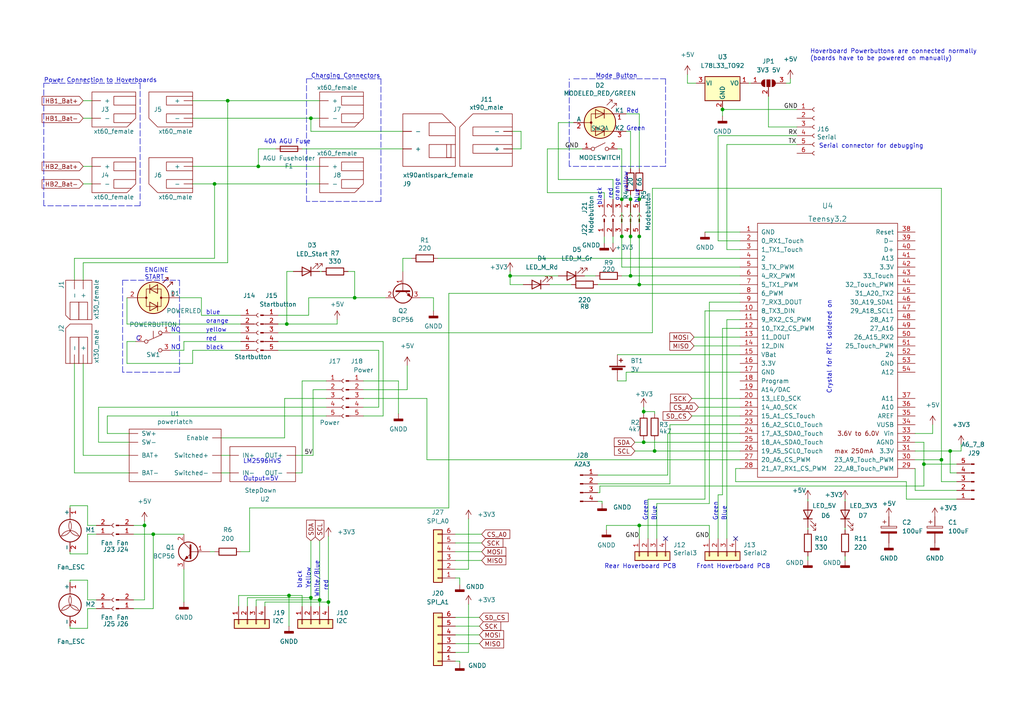
<source format=kicad_sch>
(kicad_sch (version 20211123) (generator eeschema)

  (uuid 00e38d63-5436-49db-81f5-697421f168fc)

  (paper "A4")

  

  (junction (at 62.23 53.34) (diameter 0) (color 0 0 0 0)
    (uuid 051b8cb0-ae77-4e09-98a7-bf2103319e66)
  )
  (junction (at 41.91 152.4) (diameter 0) (color 0 0 0 0)
    (uuid 08d3dd73-6f4c-4fc2-8e37-f281b85fe0d4)
  )
  (junction (at 92.71 173.99) (diameter 0) (color 0 0 0 0)
    (uuid 0b10b5dd-1068-4091-bac0-79652863a01e)
  )
  (junction (at 186.69 128.27) (diameter 0) (color 0 0 0 0)
    (uuid 0bb5c886-5f9c-4c29-83d9-f58a572fcd79)
  )
  (junction (at 90.17 34.29) (diameter 0) (color 0 0 0 0)
    (uuid 123968c6-74e7-4754-8c36-08ea08e42555)
  )
  (junction (at 44.45 154.94) (diameter 0) (color 0 0 0 0)
    (uuid 17f40a5c-3441-49ae-8b83-88ce922d0e3d)
  )
  (junction (at 83.185 93.98) (diameter 0) (color 0 0 0 0)
    (uuid 2235841a-9c52-451a-9616-b84a520feeb5)
  )
  (junction (at 273.05 133.35) (diameter 0) (color 0 0 0 0)
    (uuid 294c0b81-a58f-43d9-b3ff-58ec3e95d3c4)
  )
  (junction (at 147.955 80.01) (diameter 0) (color 0 0 0 0)
    (uuid 31799447-fd07-4760-945e-f0b3deaaea3e)
  )
  (junction (at 182.88 57.785) (diameter 0) (color 0 0 0 0)
    (uuid 35351f64-441a-4f62-87d4-a200c91bb3de)
  )
  (junction (at 185.42 152.4) (diameter 0) (color 0 0 0 0)
    (uuid 38f3170a-b54c-4011-af49-381b27b9e9bb)
  )
  (junction (at 186.69 119.38) (diameter 0) (color 0 0 0 0)
    (uuid 40412e4d-fa67-404b-8675-fb145207776f)
  )
  (junction (at 185.42 68.58) (diameter 0) (color 0 0 0 0)
    (uuid 5037a3f1-8665-4753-8111-3cc5f01f527e)
  )
  (junction (at 182.88 80.01) (diameter 0) (color 0 0 0 0)
    (uuid 51e2a64a-e03c-401f-bbf1-282827dc3883)
  )
  (junction (at 83.82 172.72) (diameter 0) (color 0 0 0 0)
    (uuid 69403c96-f918-448f-9931-0f743ebdeac3)
  )
  (junction (at 185.42 82.55) (diameter 0) (color 0 0 0 0)
    (uuid 694fe12e-f636-4239-9f50-17d1e83c559a)
  )
  (junction (at 275.59 130.81) (diameter 0) (color 0 0 0 0)
    (uuid 73e22f62-48fa-4032-ab99-c63ffdb6815b)
  )
  (junction (at 74.93 48.26) (diameter 0) (color 0 0 0 0)
    (uuid 79451892-db6b-4999-916d-6392174ee493)
  )
  (junction (at 189.865 130.81) (diameter 0) (color 0 0 0 0)
    (uuid 8704d76b-52f1-45a4-966f-1d07e731c198)
  )
  (junction (at 185.42 57.785) (diameter 0) (color 0 0 0 0)
    (uuid 8b0c0bc4-8c66-4ee6-94d3-7711afdbbace)
  )
  (junction (at 102.87 86.36) (diameter 0) (color 0 0 0 0)
    (uuid 8e0c5536-8f0c-41c4-a920-c1fe2d0aeb28)
  )
  (junction (at 209.55 31.75) (diameter 0) (color 0 0 0 0)
    (uuid 90b82718-91a8-42b9-8b5c-f55037401d9a)
  )
  (junction (at 182.88 68.58) (diameter 0) (color 0 0 0 0)
    (uuid 92ecfc54-4a5a-4f80-835f-341e5f4566e0)
  )
  (junction (at 180.34 57.785) (diameter 0) (color 0 0 0 0)
    (uuid 9654c0fa-eebe-4319-94a4-df6f955eea98)
  )
  (junction (at 180.34 68.58) (diameter 0) (color 0 0 0 0)
    (uuid 983cd6c3-109c-4c73-99a3-ba679cdd09e5)
  )
  (junction (at 95.25 174.625) (diameter 0) (color 0 0 0 0)
    (uuid ae42da24-02f4-42e7-8f2c-3c1c04118f9b)
  )
  (junction (at 267.97 134.62) (diameter 0) (color 0 0 0 0)
    (uuid aecb7fd1-6e81-44d7-8a5d-03a5b93e1a9a)
  )
  (junction (at 90.17 173.355) (diameter 0) (color 0 0 0 0)
    (uuid e6bbf99a-2bfc-49bf-a0f1-56b03ff0b655)
  )
  (junction (at 66.04 29.21) (diameter 0) (color 0 0 0 0)
    (uuid fad4c712-0a2e-465d-a9f8-83d26bd66e37)
  )

  (no_connect (at 213.36 156.21) (uuid 57276367-9ce4-4738-88d7-6e8cb94c966c))
  (no_connect (at 193.04 156.21) (uuid 72b36951-3ec7-4569-9c88-cf9b4afe1cae))

  (wire (pts (xy 66.675 132.08) (xy 64.135 132.08))
    (stroke (width 0) (type default) (color 0 0 0 0))
    (uuid 009b5465-0a65-4237-93e7-eb65321eeb18)
  )
  (wire (pts (xy 275.59 130.81) (xy 278.765 130.81))
    (stroke (width 0) (type default) (color 0 0 0 0))
    (uuid 00ebed69-1ae8-4281-9dbb-78160329662c)
  )
  (wire (pts (xy 55.88 101.6) (xy 69.85 101.6))
    (stroke (width 0) (type default) (color 0 0 0 0))
    (uuid 00f6ae70-94cc-4d50-aa7e-814bf3ec142c)
  )
  (wire (pts (xy 62.23 53.34) (xy 62.23 74.93))
    (stroke (width 0) (type default) (color 0 0 0 0))
    (uuid 02538207-54a8-4266-8d51-23871852b2ff)
  )
  (wire (pts (xy 158.75 43.18) (xy 158.75 55.88))
    (stroke (width 0) (type default) (color 0 0 0 0))
    (uuid 03b1ac56-3611-4584-aaf7-656eb89a5a58)
  )
  (wire (pts (xy 181.61 38.1) (xy 182.88 38.1))
    (stroke (width 0) (type default) (color 0 0 0 0))
    (uuid 03f57fb4-32a3-4bc6-85b9-fd8ece4a9592)
  )
  (wire (pts (xy 213.36 139.7) (xy 213.36 135.89))
    (stroke (width 0) (type default) (color 0 0 0 0))
    (uuid 048b98a1-7408-4bd3-ba48-56b856855483)
  )
  (wire (pts (xy 151.13 43.18) (xy 148.59 43.18))
    (stroke (width 0) (type default) (color 0 0 0 0))
    (uuid 04cf2f2c-74bf-400d-b4f6-201720df00ed)
  )
  (wire (pts (xy 185.42 57.785) (xy 185.42 68.58))
    (stroke (width 0) (type default) (color 0 0 0 0))
    (uuid 06407d5a-4471-4505-93e6-0953c197b726)
  )
  (wire (pts (xy 74.93 43.18) (xy 74.93 48.26))
    (stroke (width 0) (type default) (color 0 0 0 0))
    (uuid 083becc8-e25d-4206-9636-55457650bbe3)
  )
  (wire (pts (xy 132.08 167.64) (xy 133.35 167.64))
    (stroke (width 0) (type default) (color 0 0 0 0))
    (uuid 09ec5a1f-8168-4109-a329-ef099cef6d16)
  )
  (wire (pts (xy 83.82 172.72) (xy 69.215 172.72))
    (stroke (width 0) (type default) (color 0 0 0 0))
    (uuid 0a177102-b386-476a-bb78-cfa41e5981d4)
  )
  (polyline (pts (xy 12.7 59.69) (xy 12.7 24.13))
    (stroke (width 0) (type default) (color 0 0 0 0))
    (uuid 0b4c0f05-c855-4742-bad2-dbf645d5842b)
  )

  (wire (pts (xy 217.17 24.13) (xy 217.805 24.13))
    (stroke (width 0) (type default) (color 0 0 0 0))
    (uuid 0b759eb5-2b5d-497b-bde5-ba020c43a39d)
  )
  (wire (pts (xy 265.43 125.73) (xy 270.51 125.73))
    (stroke (width 0) (type default) (color 0 0 0 0))
    (uuid 0bf9b321-fb4d-49fd-9592-7ab5a99eb177)
  )
  (wire (pts (xy 90.17 156.845) (xy 90.17 173.355))
    (stroke (width 0) (type default) (color 0 0 0 0))
    (uuid 0cc9bf07-55b9-458f-b8aa-41b2f51fa940)
  )
  (wire (pts (xy 92.71 156.845) (xy 92.71 173.99))
    (stroke (width 0) (type default) (color 0 0 0 0))
    (uuid 0d5b0f48-7e11-42a1-aa49-31f1b69cb91d)
  )
  (wire (pts (xy 262.89 144.78) (xy 262.89 139.7))
    (stroke (width 0) (type default) (color 0 0 0 0))
    (uuid 0d8dc964-deb7-44e6-848e-a4828cd6ccf5)
  )
  (wire (pts (xy 267.97 140.97) (xy 173.99 140.97))
    (stroke (width 0) (type default) (color 0 0 0 0))
    (uuid 0dbb758d-d359-4d2a-8a5d-77dfe99df357)
  )
  (wire (pts (xy 132.08 160.02) (xy 139.7 160.02))
    (stroke (width 0) (type default) (color 0 0 0 0))
    (uuid 0e78b584-2869-48ac-b293-95bd208efc94)
  )
  (wire (pts (xy 189.865 119.38) (xy 189.865 120.015))
    (stroke (width 0) (type default) (color 0 0 0 0))
    (uuid 0e95aa78-7bed-4b26-ac12-dbebf9e2b680)
  )
  (wire (pts (xy 31.115 120.65) (xy 31.115 125.73))
    (stroke (width 0) (type default) (color 0 0 0 0))
    (uuid 0f6a1023-ed00-4bd6-afef-ff227538c5e3)
  )
  (wire (pts (xy 177.8 52.07) (xy 177.8 57.785))
    (stroke (width 0) (type default) (color 0 0 0 0))
    (uuid 11274c77-8dea-42af-9338-4bcf2f325c89)
  )
  (wire (pts (xy 82.55 127) (xy 82.55 115.57))
    (stroke (width 0) (type default) (color 0 0 0 0))
    (uuid 1136c54b-6feb-40f7-ae6a-0f9521f82981)
  )
  (wire (pts (xy 37.465 125.73) (xy 31.115 125.73))
    (stroke (width 0) (type default) (color 0 0 0 0))
    (uuid 1199146e-a60b-416a-b503-e77d6d2892f9)
  )
  (wire (pts (xy 21.59 137.16) (xy 21.59 105.41))
    (stroke (width 0) (type default) (color 0 0 0 0))
    (uuid 12a24e86-2c38-4685-bba9-fff8dddb4cb0)
  )
  (wire (pts (xy 26.67 53.34) (xy 24.13 53.34))
    (stroke (width 0) (type default) (color 0 0 0 0))
    (uuid 12c8f4c9-cb79-4390-b96c-a717c693de17)
  )
  (wire (pts (xy 24.13 48.26) (xy 26.67 48.26))
    (stroke (width 0) (type default) (color 0 0 0 0))
    (uuid 12f8e43c-8f83-48d3-a9b5-5f3ebc0b6c43)
  )
  (wire (pts (xy 186.69 118.11) (xy 186.69 119.38))
    (stroke (width 0) (type default) (color 0 0 0 0))
    (uuid 13519fa0-f319-4568-9da1-27e7fc596e16)
  )
  (wire (pts (xy 20.32 146.685) (xy 25.4 146.685))
    (stroke (width 0) (type default) (color 0 0 0 0))
    (uuid 1542b558-bfe7-4e44-b051-52e954f089c4)
  )
  (wire (pts (xy 265.43 130.81) (xy 275.59 130.81))
    (stroke (width 0) (type default) (color 0 0 0 0))
    (uuid 15f2b6d5-48c4-4f31-8b9d-7d2668e7fe00)
  )
  (wire (pts (xy 275.59 137.16) (xy 277.495 137.16))
    (stroke (width 0) (type default) (color 0 0 0 0))
    (uuid 16be875d-0110-4993-b777-e772726fe1e5)
  )
  (wire (pts (xy 209.55 95.25) (xy 209.55 143.51))
    (stroke (width 0) (type default) (color 0 0 0 0))
    (uuid 170a1464-a955-4bdc-927d-f8249fd0c04c)
  )
  (wire (pts (xy 66.04 29.21) (xy 66.04 76.2))
    (stroke (width 0) (type default) (color 0 0 0 0))
    (uuid 17ed3508-fa2e-4593-a799-bfd39a6cc14d)
  )
  (wire (pts (xy 159.385 82.55) (xy 165.735 82.55))
    (stroke (width 0) (type default) (color 0 0 0 0))
    (uuid 180684cf-f7b0-46b2-aea4-1f93e406cf59)
  )
  (wire (pts (xy 127 74.93) (xy 214.63 74.93))
    (stroke (width 0) (type default) (color 0 0 0 0))
    (uuid 181e9518-7706-4189-a885-5e6e3aee3bb9)
  )
  (wire (pts (xy 147.955 80.01) (xy 147.955 82.55))
    (stroke (width 0) (type default) (color 0 0 0 0))
    (uuid 193cbccc-28f2-4437-8064-d229e44aa604)
  )
  (wire (pts (xy 83.185 93.98) (xy 83.185 78.74))
    (stroke (width 0) (type default) (color 0 0 0 0))
    (uuid 1df9a412-b56c-4e84-b38b-6a4bc05a97be)
  )
  (wire (pts (xy 38.735 173.99) (xy 41.91 173.99))
    (stroke (width 0) (type default) (color 0 0 0 0))
    (uuid 1e6a20ef-296c-4f96-9891-ff8455ce839d)
  )
  (wire (pts (xy 25.4 182.245) (xy 20.32 182.245))
    (stroke (width 0) (type default) (color 0 0 0 0))
    (uuid 1f97d1e3-c5f6-4344-9fb6-6c723b7697fa)
  )
  (polyline (pts (xy 52.07 81.28) (xy 52.07 107.95))
    (stroke (width 0) (type default) (color 0 0 0 0))
    (uuid 1fbb0219-551e-409b-a61b-76e8cebdfb9d)
  )

  (wire (pts (xy 185.42 82.55) (xy 214.63 82.55))
    (stroke (width 0) (type default) (color 0 0 0 0))
    (uuid 1fe5bc2b-0fca-4819-a520-4615dfab4d15)
  )
  (wire (pts (xy 69.215 172.72) (xy 69.215 175.895))
    (stroke (width 0) (type default) (color 0 0 0 0))
    (uuid 25531609-ada1-438f-9524-2d6b2aacec2a)
  )
  (wire (pts (xy 20.32 168.275) (xy 25.4 168.275))
    (stroke (width 0) (type default) (color 0 0 0 0))
    (uuid 26301722-d82d-4669-b21f-04874a1fbca3)
  )
  (wire (pts (xy 234.315 144.78) (xy 234.315 145.415))
    (stroke (width 0) (type default) (color 0 0 0 0))
    (uuid 26a5e061-05bb-41a8-bc7a-df1564b11e90)
  )
  (wire (pts (xy 132.08 191.77) (xy 133.35 191.77))
    (stroke (width 0) (type default) (color 0 0 0 0))
    (uuid 2721b0da-8699-4bf1-80bb-1d6b9e717c61)
  )
  (wire (pts (xy 214.63 85.09) (xy 130.175 85.09))
    (stroke (width 0) (type default) (color 0 0 0 0))
    (uuid 2762442d-9432-4074-b79b-8eeab3eaf9a7)
  )
  (polyline (pts (xy 40.64 24.13) (xy 40.64 59.69))
    (stroke (width 0) (type default) (color 0 0 0 0))
    (uuid 282c8e53-3acc-42f0-a92a-6aa976b97a93)
  )

  (wire (pts (xy 148.59 38.1) (xy 151.13 38.1))
    (stroke (width 0) (type default) (color 0 0 0 0))
    (uuid 2878a73c-5447-4cd9-8194-14f52ab9459c)
  )
  (wire (pts (xy 89.535 86.36) (xy 102.87 86.36))
    (stroke (width 0) (type default) (color 0 0 0 0))
    (uuid 28e146f5-f85f-47b5-94b5-a67c33d23635)
  )
  (wire (pts (xy 182.88 57.785) (xy 182.88 68.58))
    (stroke (width 0) (type default) (color 0 0 0 0))
    (uuid 2a71f78d-0911-4a41-a0ce-aa50e93d68c8)
  )
  (wire (pts (xy 161.925 35.56) (xy 161.925 52.07))
    (stroke (width 0) (type default) (color 0 0 0 0))
    (uuid 2b8b629c-53ef-4ac6-91d7-f1a071136889)
  )
  (wire (pts (xy 135.89 165.1) (xy 132.08 165.1))
    (stroke (width 0) (type default) (color 0 0 0 0))
    (uuid 2ba9fb94-a1fa-486c-8933-fbe2803c354e)
  )
  (wire (pts (xy 72.39 160.02) (xy 69.85 160.02))
    (stroke (width 0) (type default) (color 0 0 0 0))
    (uuid 2d84a257-2801-4282-83f8-8a08920949d3)
  )
  (wire (pts (xy 55.88 105.41) (xy 55.88 101.6))
    (stroke (width 0) (type default) (color 0 0 0 0))
    (uuid 2fd044b6-377e-455f-89e0-f4f69a117f77)
  )
  (wire (pts (xy 135.89 150.495) (xy 135.89 165.1))
    (stroke (width 0) (type default) (color 0 0 0 0))
    (uuid 3017e6b7-2d49-4427-9dc1-83cc27ee24a4)
  )
  (wire (pts (xy 185.42 152.4) (xy 185.42 156.21))
    (stroke (width 0) (type default) (color 0 0 0 0))
    (uuid 30c33e3e-fb78-498d-bffe-76273d527004)
  )
  (wire (pts (xy 209.55 31.75) (xy 209.55 33.655))
    (stroke (width 0) (type default) (color 0 0 0 0))
    (uuid 322a7fce-26c4-4bb5-ba5a-1688f26585cf)
  )
  (wire (pts (xy 80.645 96.52) (xy 189.23 96.52))
    (stroke (width 0) (type default) (color 0 0 0 0))
    (uuid 32380bb4-3280-497e-9558-7a21f00e00dd)
  )
  (wire (pts (xy 173.355 82.55) (xy 185.42 82.55))
    (stroke (width 0) (type default) (color 0 0 0 0))
    (uuid 32445bc6-e73d-4201-9666-5de468baf622)
  )
  (wire (pts (xy 185.42 68.58) (xy 185.42 82.55))
    (stroke (width 0) (type default) (color 0 0 0 0))
    (uuid 32551a79-b842-47a9-8e23-7783a840e131)
  )
  (wire (pts (xy 161.925 80.01) (xy 147.955 80.01))
    (stroke (width 0) (type default) (color 0 0 0 0))
    (uuid 329094f4-8898-41df-ac65-e73e1fd74cbf)
  )
  (wire (pts (xy 20.32 168.91) (xy 20.32 168.275))
    (stroke (width 0) (type default) (color 0 0 0 0))
    (uuid 33072d10-86aa-4a72-9898-01c2c9b5842e)
  )
  (wire (pts (xy 27.94 176.53) (xy 25.4 176.53))
    (stroke (width 0) (type default) (color 0 0 0 0))
    (uuid 34e399b2-48be-42f9-842e-e3b66c7c06bb)
  )
  (wire (pts (xy 209.55 143.51) (xy 208.28 143.51))
    (stroke (width 0) (type default) (color 0 0 0 0))
    (uuid 34eb38bf-2fc7-4a28-893e-3d3609a85d23)
  )
  (wire (pts (xy 41.91 151.13) (xy 41.91 152.4))
    (stroke (width 0) (type default) (color 0 0 0 0))
    (uuid 35a7735a-ee25-458f-bb48-cd448dcda5d3)
  )
  (wire (pts (xy 62.23 53.34) (xy 92.71 53.34))
    (stroke (width 0) (type default) (color 0 0 0 0))
    (uuid 35c09d1f-2914-4d1e-a002-df30af772f3b)
  )
  (wire (pts (xy 24.13 76.2) (xy 24.13 81.28))
    (stroke (width 0) (type default) (color 0 0 0 0))
    (uuid 35ef9c4a-35f6-467b-a704-b1d9354880cf)
  )
  (wire (pts (xy 267.97 128.27) (xy 267.97 134.62))
    (stroke (width 0) (type default) (color 0 0 0 0))
    (uuid 3628add0-cc90-4ce6-bc0a-7b0499cb2a43)
  )
  (wire (pts (xy 25.4 154.94) (xy 25.4 160.655))
    (stroke (width 0) (type default) (color 0 0 0 0))
    (uuid 39ae077c-5133-4896-9953-71244e980cb5)
  )
  (wire (pts (xy 123.825 115.57) (xy 123.825 133.35))
    (stroke (width 0) (type default) (color 0 0 0 0))
    (uuid 39d7e422-7f67-4268-a2ed-2db52be51cae)
  )
  (wire (pts (xy 158.75 43.18) (xy 168.91 43.18))
    (stroke (width 0) (type default) (color 0 0 0 0))
    (uuid 3a41dd27-ec14-44d5-b505-aad1d829f79a)
  )
  (wire (pts (xy 38.735 154.94) (xy 44.45 154.94))
    (stroke (width 0) (type default) (color 0 0 0 0))
    (uuid 3bc3df81-b30e-4a41-a38c-bca401c1fdb4)
  )
  (wire (pts (xy 132.08 181.61) (xy 139.065 181.61))
    (stroke (width 0) (type default) (color 0 0 0 0))
    (uuid 3bce23fc-cdab-4616-8963-9c1f94f76e8b)
  )
  (wire (pts (xy 94.615 120.65) (xy 31.115 120.65))
    (stroke (width 0) (type default) (color 0 0 0 0))
    (uuid 3bdb6e74-df98-4382-9a1e-8b7b42de8b63)
  )
  (wire (pts (xy 132.08 184.15) (xy 139.065 184.15))
    (stroke (width 0) (type default) (color 0 0 0 0))
    (uuid 3be16d8f-c504-4be9-bb1b-a581c1c2e941)
  )
  (wire (pts (xy 199.39 24.13) (xy 199.39 21.59))
    (stroke (width 0) (type default) (color 0 0 0 0))
    (uuid 3cd14580-9b18-43b9-b012-256b77a63300)
  )
  (wire (pts (xy 24.13 132.08) (xy 37.465 132.08))
    (stroke (width 0) (type default) (color 0 0 0 0))
    (uuid 3e0392c0-affc-4114-9de5-1f1cfe79418a)
  )
  (wire (pts (xy 262.89 139.7) (xy 213.36 139.7))
    (stroke (width 0) (type default) (color 0 0 0 0))
    (uuid 3e2959fb-f853-45ab-a70d-cefa40ed4a13)
  )
  (wire (pts (xy 87.63 43.18) (xy 116.84 43.18))
    (stroke (width 0) (type default) (color 0 0 0 0))
    (uuid 3e3d55c8-e0ea-48fb-8421-a84b7cb7055b)
  )
  (wire (pts (xy 109.855 118.11) (xy 105.41 118.11))
    (stroke (width 0) (type default) (color 0 0 0 0))
    (uuid 40b818f1-4e71-4cf3-bfaf-cb1b72326814)
  )
  (wire (pts (xy 66.04 29.21) (xy 92.71 29.21))
    (stroke (width 0) (type default) (color 0 0 0 0))
    (uuid 422b10b9-e829-44a2-8808-05edd8cb3050)
  )
  (wire (pts (xy 92.71 173.99) (xy 74.295 173.99))
    (stroke (width 0) (type default) (color 0 0 0 0))
    (uuid 4254ab22-9d9b-4884-a1f8-0bb4242f8894)
  )
  (wire (pts (xy 270.51 125.73) (xy 270.51 123.19))
    (stroke (width 0) (type default) (color 0 0 0 0))
    (uuid 44a31d09-65ce-45e2-98f9-0649161b54b4)
  )
  (wire (pts (xy 158.75 55.88) (xy 175.26 55.88))
    (stroke (width 0) (type default) (color 0 0 0 0))
    (uuid 44d10368-2885-4218-b8f1-52a5fde92cb3)
  )
  (wire (pts (xy 214.63 77.47) (xy 180.34 77.47))
    (stroke (width 0) (type default) (color 0 0 0 0))
    (uuid 44dee830-40ed-4a00-8c4e-ba626f32dc1e)
  )
  (wire (pts (xy 25.4 168.275) (xy 25.4 173.99))
    (stroke (width 0) (type default) (color 0 0 0 0))
    (uuid 46fa1be4-d517-4eaf-a68b-dce661fc076c)
  )
  (wire (pts (xy 278.765 130.81) (xy 278.765 128.905))
    (stroke (width 0) (type default) (color 0 0 0 0))
    (uuid 474c69f2-d47e-44b5-9fe8-4f70b718e8d8)
  )
  (wire (pts (xy 90.17 38.1) (xy 90.17 34.29))
    (stroke (width 0) (type default) (color 0 0 0 0))
    (uuid 475ed8b3-90bf-48cd-bce5-d8f48b689541)
  )
  (wire (pts (xy 245.11 153.035) (xy 245.11 153.67))
    (stroke (width 0) (type default) (color 0 0 0 0))
    (uuid 489dbc75-626f-4f7d-a79e-4718b12503a5)
  )
  (wire (pts (xy 205.74 146.05) (xy 205.74 87.63))
    (stroke (width 0) (type default) (color 0 0 0 0))
    (uuid 49df14a4-9231-4e0c-8be6-325780f5026d)
  )
  (wire (pts (xy 89.535 91.44) (xy 89.535 86.36))
    (stroke (width 0) (type default) (color 0 0 0 0))
    (uuid 4abd83b2-2075-4fec-a627-5a1558b56d3f)
  )
  (wire (pts (xy 190.5 156.21) (xy 190.5 146.05))
    (stroke (width 0) (type default) (color 0 0 0 0))
    (uuid 4c843bdb-6c9e-40dd-85e2-0567846e18ba)
  )
  (wire (pts (xy 123.825 133.35) (xy 214.63 133.35))
    (stroke (width 0) (type default) (color 0 0 0 0))
    (uuid 4d35d179-1fe5-442a-89de-d0579ca2bbc5)
  )
  (wire (pts (xy 105.41 115.57) (xy 123.825 115.57))
    (stroke (width 0) (type default) (color 0 0 0 0))
    (uuid 4dbb109d-2431-40ac-8260-8df88fdef5cd)
  )
  (wire (pts (xy 184.15 128.27) (xy 186.69 128.27))
    (stroke (width 0) (type default) (color 0 0 0 0))
    (uuid 4fdf05e9-f289-448e-914a-b6881900d6c1)
  )
  (wire (pts (xy 275.59 130.81) (xy 275.59 137.16))
    (stroke (width 0) (type default) (color 0 0 0 0))
    (uuid 501f712e-3fe5-40e9-8641-58b732b1882d)
  )
  (wire (pts (xy 83.185 93.98) (xy 97.79 93.98))
    (stroke (width 0) (type default) (color 0 0 0 0))
    (uuid 50208326-4c3d-4fc0-b1bc-7c7f78e47333)
  )
  (wire (pts (xy 90.17 173.355) (xy 90.17 175.895))
    (stroke (width 0) (type default) (color 0 0 0 0))
    (uuid 50511df0-cbe7-4439-9e9c-f26e04b637db)
  )
  (wire (pts (xy 189.23 54.61) (xy 189.23 96.52))
    (stroke (width 0) (type default) (color 0 0 0 0))
    (uuid 51909adb-2e51-4572-af12-85a12663ac96)
  )
  (wire (pts (xy 193.675 125.73) (xy 214.63 125.73))
    (stroke (width 0) (type default) (color 0 0 0 0))
    (uuid 530ea4c9-0761-4c55-b00d-e28a9768a955)
  )
  (wire (pts (xy 36.83 93.98) (xy 36.83 86.36))
    (stroke (width 0) (type default) (color 0 0 0 0))
    (uuid 53e34696-241f-47e5-a477-f469335c8a61)
  )
  (wire (pts (xy 58.42 91.44) (xy 69.85 91.44))
    (stroke (width 0) (type default) (color 0 0 0 0))
    (uuid 547eeec1-a95c-431b-95a4-2ff936d52170)
  )
  (wire (pts (xy 119.38 74.93) (xy 116.84 74.93))
    (stroke (width 0) (type default) (color 0 0 0 0))
    (uuid 54dfed87-fbe5-47ab-b620-2d6ba5ea0bcb)
  )
  (wire (pts (xy 87.63 172.72) (xy 83.82 172.72))
    (stroke (width 0) (type default) (color 0 0 0 0))
    (uuid 55c7ef39-b251-4a11-94d4-60a109929c6f)
  )
  (wire (pts (xy 205.74 152.4) (xy 205.74 156.21))
    (stroke (width 0) (type default) (color 0 0 0 0))
    (uuid 58d71c09-ba53-43d7-9fc9-7054806963d2)
  )
  (wire (pts (xy 177.8 68.58) (xy 177.8 70.485))
    (stroke (width 0) (type default) (color 0 0 0 0))
    (uuid 58dfd4b5-1213-4f4d-8f38-79c6f352f825)
  )
  (wire (pts (xy 36.83 99.06) (xy 36.83 105.41))
    (stroke (width 0) (type default) (color 0 0 0 0))
    (uuid 58e8a243-dbf1-46ec-a9ca-62db6c046a4b)
  )
  (wire (pts (xy 94.615 118.11) (xy 28.575 118.11))
    (stroke (width 0) (type default) (color 0 0 0 0))
    (uuid 5a040418-8644-4cf8-9de0-ba3624649e9e)
  )
  (wire (pts (xy 116.84 74.93) (xy 116.84 78.74))
    (stroke (width 0) (type default) (color 0 0 0 0))
    (uuid 5a1c01fb-cf82-4e17-9a62-00e0a3adba47)
  )
  (wire (pts (xy 182.88 68.58) (xy 182.88 80.01))
    (stroke (width 0) (type default) (color 0 0 0 0))
    (uuid 5ae7ec9d-f872-4d2d-a4c4-ccac7b92dc87)
  )
  (wire (pts (xy 94.615 113.03) (xy 90.805 113.03))
    (stroke (width 0) (type default) (color 0 0 0 0))
    (uuid 5b15d041-2d51-4c90-8164-397806011835)
  )
  (wire (pts (xy 95.25 174.625) (xy 95.25 175.895))
    (stroke (width 0) (type default) (color 0 0 0 0))
    (uuid 5c3c20ac-7d6a-4a6a-8d79-b176608d957f)
  )
  (wire (pts (xy 76.835 175.895) (xy 76.835 174.625))
    (stroke (width 0) (type default) (color 0 0 0 0))
    (uuid 5dba2df1-c0a7-451c-ad63-7260d7b1f5a8)
  )
  (wire (pts (xy 55.88 29.21) (xy 66.04 29.21))
    (stroke (width 0) (type default) (color 0 0 0 0))
    (uuid 5f312b85-6822-40a3-b417-2df49696ca2d)
  )
  (wire (pts (xy 24.13 29.21) (xy 26.67 29.21))
    (stroke (width 0) (type default) (color 0 0 0 0))
    (uuid 5f38bdb2-3657-474e-8e86-d6bb0b298110)
  )
  (wire (pts (xy 74.295 173.99) (xy 74.295 175.895))
    (stroke (width 0) (type default) (color 0 0 0 0))
    (uuid 6064ea35-013e-4b86-a6c4-39586d23a64c)
  )
  (wire (pts (xy 182.88 56.515) (xy 182.88 57.785))
    (stroke (width 0) (type default) (color 0 0 0 0))
    (uuid 613cedd3-6317-45b7-905c-7688baf53bf3)
  )
  (wire (pts (xy 209.55 31.75) (xy 231.14 31.75))
    (stroke (width 0) (type default) (color 0 0 0 0))
    (uuid 6202b522-e646-49af-83e4-b5d7844d80bd)
  )
  (wire (pts (xy 25.4 146.685) (xy 25.4 152.4))
    (stroke (width 0) (type default) (color 0 0 0 0))
    (uuid 62880b37-7f4d-4027-be35-87ea11b9bfce)
  )
  (wire (pts (xy 115.57 120.015) (xy 115.57 110.49))
    (stroke (width 0) (type default) (color 0 0 0 0))
    (uuid 62a6d334-f451-48c1-bbb3-2e2aacab4352)
  )
  (wire (pts (xy 194.31 123.19) (xy 214.63 123.19))
    (stroke (width 0) (type default) (color 0 0 0 0))
    (uuid 62bfa5ee-896d-42a1-8a5e-5e1301811401)
  )
  (wire (pts (xy 25.4 173.99) (xy 27.94 173.99))
    (stroke (width 0) (type default) (color 0 0 0 0))
    (uuid 62c26a31-4bf5-4a49-846e-2a9deae7bdd9)
  )
  (wire (pts (xy 182.88 38.1) (xy 182.88 48.895))
    (stroke (width 0) (type default) (color 0 0 0 0))
    (uuid 62e8c4d4-266c-4e53-8981-1028251d724c)
  )
  (wire (pts (xy 208.28 69.85) (xy 208.28 39.37))
    (stroke (width 0) (type default) (color 0 0 0 0))
    (uuid 63884a0c-3153-4b16-b576-b3d0570549ad)
  )
  (wire (pts (xy 130.175 85.09) (xy 130.175 147.32))
    (stroke (width 0) (type default) (color 0 0 0 0))
    (uuid 649506bc-e737-4d40-826c-c9ae6cf7999f)
  )
  (wire (pts (xy 204.47 90.17) (xy 204.47 144.78))
    (stroke (width 0) (type default) (color 0 0 0 0))
    (uuid 64a82c13-23a0-425e-9d2f-c51801b5f76e)
  )
  (wire (pts (xy 277.495 144.78) (xy 262.89 144.78))
    (stroke (width 0) (type default) (color 0 0 0 0))
    (uuid 64da2e4a-a726-4ff0-ba50-b173e8b39877)
  )
  (wire (pts (xy 37.465 137.16) (xy 21.59 137.16))
    (stroke (width 0) (type default) (color 0 0 0 0))
    (uuid 6513181c-0a6a-4560-9a18-17450c36ae2a)
  )
  (wire (pts (xy 180.34 80.01) (xy 182.88 80.01))
    (stroke (width 0) (type default) (color 0 0 0 0))
    (uuid 6551a109-65d8-49b9-807b-12ceb41c46a8)
  )
  (wire (pts (xy 38.735 176.53) (xy 44.45 176.53))
    (stroke (width 0) (type default) (color 0 0 0 0))
    (uuid 655a4dd6-df89-48f2-a803-643990d058bd)
  )
  (wire (pts (xy 208.28 39.37) (xy 231.14 39.37))
    (stroke (width 0) (type default) (color 0 0 0 0))
    (uuid 65b9a046-bb8f-42cd-b846-d3362b0ef51f)
  )
  (wire (pts (xy 83.185 78.74) (xy 85.09 78.74))
    (stroke (width 0) (type default) (color 0 0 0 0))
    (uuid 663cc588-2ea2-4d16-b91f-ff54db2ba726)
  )
  (wire (pts (xy 175.895 152.4) (xy 185.42 152.4))
    (stroke (width 0) (type default) (color 0 0 0 0))
    (uuid 68422ffc-83e4-42e5-b1dc-f3b10be98daf)
  )
  (polyline (pts (xy 165.1 48.26) (xy 165.1 22.86))
    (stroke (width 0) (type default) (color 0 0 0 0))
    (uuid 6ac3ab53-7523-4805-bfd2-5de19dff127e)
  )

  (wire (pts (xy 202.565 118.11) (xy 214.63 118.11))
    (stroke (width 0) (type default) (color 0 0 0 0))
    (uuid 6b341153-e6a9-446e-a41f-f0b6803ef98d)
  )
  (wire (pts (xy 133.35 167.64) (xy 133.35 169.545))
    (stroke (width 0) (type default) (color 0 0 0 0))
    (uuid 6bb2c937-e8ff-43d0-9b06-456594eb25e9)
  )
  (wire (pts (xy 36.83 99.06) (xy 39.37 99.06))
    (stroke (width 0) (type default) (color 0 0 0 0))
    (uuid 6bd115d6-07e0-45db-8f2e-3cbb0429104f)
  )
  (wire (pts (xy 125.73 86.36) (xy 125.73 90.17))
    (stroke (width 0) (type default) (color 0 0 0 0))
    (uuid 6cb93665-0bcd-4104-8633-fffd1811eee0)
  )
  (wire (pts (xy 204.47 67.31) (xy 214.63 67.31))
    (stroke (width 0) (type default) (color 0 0 0 0))
    (uuid 6d660d44-2237-493b-a881-7e0ebb385c2c)
  )
  (wire (pts (xy 115.57 110.49) (xy 105.41 110.49))
    (stroke (width 0) (type default) (color 0 0 0 0))
    (uuid 6fb78646-375d-4e04-bdf3-192bdf9fa3e4)
  )
  (wire (pts (xy 214.63 90.17) (xy 204.47 90.17))
    (stroke (width 0) (type default) (color 0 0 0 0))
    (uuid 6fe0cc28-1be0-4954-b1df-068cf34b34b8)
  )
  (wire (pts (xy 187.96 156.21) (xy 187.96 144.78))
    (stroke (width 0) (type default) (color 0 0 0 0))
    (uuid 6ffdf05e-e119-49f9-85e9-13e4901df42a)
  )
  (wire (pts (xy 20.32 160.655) (xy 20.32 160.02))
    (stroke (width 0) (type default) (color 0 0 0 0))
    (uuid 707520b4-cacf-45dc-bb64-b15608f9208f)
  )
  (wire (pts (xy 38.735 152.4) (xy 41.91 152.4))
    (stroke (width 0) (type default) (color 0 0 0 0))
    (uuid 716ce140-e601-44e8-935e-856b42be6077)
  )
  (wire (pts (xy 186.69 119.38) (xy 189.865 119.38))
    (stroke (width 0) (type default) (color 0 0 0 0))
    (uuid 719e9152-e8ec-4038-bff3-e10dc6873da6)
  )
  (wire (pts (xy 111.125 120.65) (xy 111.125 99.06))
    (stroke (width 0) (type default) (color 0 0 0 0))
    (uuid 71b43be9-08f7-4641-91ab-0e786ed1182f)
  )
  (wire (pts (xy 80.01 43.18) (xy 74.93 43.18))
    (stroke (width 0) (type default) (color 0 0 0 0))
    (uuid 725cdf26-4b92-46db-bca9-10d930002dda)
  )
  (wire (pts (xy 80.645 101.6) (xy 109.855 101.6))
    (stroke (width 0) (type default) (color 0 0 0 0))
    (uuid 72c5b5dc-7d0c-4e1d-aa45-7f2d6eeb3e27)
  )
  (wire (pts (xy 189.865 130.81) (xy 214.63 130.81))
    (stroke (width 0) (type default) (color 0 0 0 0))
    (uuid 7468e343-8d98-49cd-b0f3-87e6dfd3c57b)
  )
  (wire (pts (xy 273.05 139.7) (xy 273.05 133.35))
    (stroke (width 0) (type default) (color 0 0 0 0))
    (uuid 751655c2-941f-4109-8347-98c9fd930f4e)
  )
  (wire (pts (xy 180.34 43.18) (xy 180.34 57.785))
    (stroke (width 0) (type default) (color 0 0 0 0))
    (uuid 75c8508a-aa91-42ac-a3e8-5f7b38c6618f)
  )
  (wire (pts (xy 20.32 160.655) (xy 25.4 160.655))
    (stroke (width 0) (type default) (color 0 0 0 0))
    (uuid 782ab777-440f-4045-a4c0-f73ddee70716)
  )
  (wire (pts (xy 118.11 113.03) (xy 105.41 113.03))
    (stroke (width 0) (type default) (color 0 0 0 0))
    (uuid 78fc26a2-c6aa-4020-b71c-d7cbb33d50cf)
  )
  (wire (pts (xy 161.925 35.56) (xy 166.37 35.56))
    (stroke (width 0) (type default) (color 0 0 0 0))
    (uuid 7a2b8997-41f5-4d37-9b4a-91e13dfae36c)
  )
  (wire (pts (xy 74.93 48.26) (xy 92.71 48.26))
    (stroke (width 0) (type default) (color 0 0 0 0))
    (uuid 7acd513a-187b-4936-9f93-2e521ce33ad5)
  )
  (polyline (pts (xy 52.07 107.95) (xy 35.56 107.95))
    (stroke (width 0) (type default) (color 0 0 0 0))
    (uuid 7bfba61b-6752-4a45-9ee6-5984dcb15041)
  )

  (wire (pts (xy 82.55 115.57) (xy 94.615 115.57))
    (stroke (width 0) (type default) (color 0 0 0 0))
    (uuid 7dfa12dd-0cd0-4759-964c-4ba3aef8bb58)
  )
  (wire (pts (xy 175.26 68.58) (xy 175.26 70.485))
    (stroke (width 0) (type default) (color 0 0 0 0))
    (uuid 7f1579b0-7b58-4eea-a427-d38d2582d3aa)
  )
  (wire (pts (xy 60.96 160.02) (xy 62.23 160.02))
    (stroke (width 0) (type default) (color 0 0 0 0))
    (uuid 7f664a3c-9748-45a7-a189-4712ada62fe7)
  )
  (wire (pts (xy 174.625 145.415) (xy 174.625 146.05))
    (stroke (width 0) (type default) (color 0 0 0 0))
    (uuid 805ad2cb-4a29-45da-a322-1f9825134f56)
  )
  (wire (pts (xy 265.43 133.35) (xy 273.05 133.35))
    (stroke (width 0) (type default) (color 0 0 0 0))
    (uuid 81d962a1-f4fc-43bc-9dbe-9b5a35c18019)
  )
  (wire (pts (xy 90.805 113.03) (xy 90.805 132.08))
    (stroke (width 0) (type default) (color 0 0 0 0))
    (uuid 823c34d4-e27b-470a-9b98-977c836aa764)
  )
  (wire (pts (xy 267.97 134.62) (xy 277.495 134.62))
    (stroke (width 0) (type default) (color 0 0 0 0))
    (uuid 83ba1d10-74c9-483a-be53-0628a98c4613)
  )
  (polyline (pts (xy 40.64 59.69) (xy 12.7 59.69))
    (stroke (width 0) (type default) (color 0 0 0 0))
    (uuid 83c5181e-f5ee-453c-ae5c-d7256ba8837d)
  )

  (wire (pts (xy 181.61 33.02) (xy 185.42 33.02))
    (stroke (width 0) (type default) (color 0 0 0 0))
    (uuid 844d7d7a-b386-45a8-aaf6-bf41bbcb43b5)
  )
  (wire (pts (xy 173.355 140.335) (xy 194.31 140.335))
    (stroke (width 0) (type default) (color 0 0 0 0))
    (uuid 85827b25-c667-4d1b-8921-52bdc5430650)
  )
  (wire (pts (xy 147.955 78.74) (xy 147.955 80.01))
    (stroke (width 0) (type default) (color 0 0 0 0))
    (uuid 8723f50e-a484-4a9a-b72b-07dbeb8b0cf9)
  )
  (wire (pts (xy 53.34 165.1) (xy 53.34 174.625))
    (stroke (width 0) (type default) (color 0 0 0 0))
    (uuid 885d043f-b4c9-4eb2-820d-d417cb4bc866)
  )
  (polyline (pts (xy 88.9 22.86) (xy 110.49 22.86))
    (stroke (width 0) (type default) (color 0 0 0 0))
    (uuid 888fd7cb-2fc6-480c-bcfa-0b71303087d3)
  )

  (wire (pts (xy 71.755 173.355) (xy 90.17 173.355))
    (stroke (width 0) (type default) (color 0 0 0 0))
    (uuid 89607785-50a6-412e-9773-1e085f5b77fa)
  )
  (wire (pts (xy 36.83 93.98) (xy 69.85 93.98))
    (stroke (width 0) (type default) (color 0 0 0 0))
    (uuid 8aeae536-fd36-430e-be47-1a856eced2fc)
  )
  (wire (pts (xy 87.63 110.49) (xy 94.615 110.49))
    (stroke (width 0) (type default) (color 0 0 0 0))
    (uuid 8b61a8d2-0056-4f41-829d-4d87fa944b28)
  )
  (wire (pts (xy 28.575 118.11) (xy 28.575 128.27))
    (stroke (width 0) (type default) (color 0 0 0 0))
    (uuid 8b99dc7a-2e02-445b-a6cf-b55663646f65)
  )
  (wire (pts (xy 20.32 182.245) (xy 20.32 181.61))
    (stroke (width 0) (type default) (color 0 0 0 0))
    (uuid 8ba5a9f6-538a-40bf-9f77-39b12aa2f0db)
  )
  (wire (pts (xy 181.61 110.49) (xy 179.07 110.49))
    (stroke (width 0) (type default) (color 0 0 0 0))
    (uuid 8cb3cff4-5ab5-48e7-bf9f-51e859cf7f20)
  )
  (wire (pts (xy 71.755 175.895) (xy 71.755 173.355))
    (stroke (width 0) (type default) (color 0 0 0 0))
    (uuid 8d023456-8ad9-4f7e-897d-e73ffdb4933e)
  )
  (wire (pts (xy 55.88 48.26) (xy 74.93 48.26))
    (stroke (width 0) (type default) (color 0 0 0 0))
    (uuid 8e295ed4-82cb-4d9f-8888-7ad2dd4d5129)
  )
  (wire (pts (xy 222.885 27.94) (xy 222.885 36.83))
    (stroke (width 0) (type default) (color 0 0 0 0))
    (uuid 90e4b67e-0a6e-42bc-93bf-45939b80c9b6)
  )
  (wire (pts (xy 179.07 43.18) (xy 180.34 43.18))
    (stroke (width 0) (type default) (color 0 0 0 0))
    (uuid 90e761f6-1432-4f73-ad28-fa8869b7ec31)
  )
  (wire (pts (xy 118.11 106.045) (xy 118.11 113.03))
    (stroke (width 0) (type default) (color 0 0 0 0))
    (uuid 940380cb-8cf9-45b8-b600-7d8ce8a785d6)
  )
  (wire (pts (xy 151.13 38.1) (xy 151.13 43.18))
    (stroke (width 0) (type default) (color 0 0 0 0))
    (uuid 955cc99e-a129-42cf-abc7-aa99813fdb5f)
  )
  (wire (pts (xy 245.11 161.29) (xy 245.11 162.56))
    (stroke (width 0) (type default) (color 0 0 0 0))
    (uuid 957e24b2-957a-4613-8205-73cc52b7059b)
  )
  (wire (pts (xy 229.235 22.86) (xy 229.235 24.13))
    (stroke (width 0) (type default) (color 0 0 0 0))
    (uuid 95e06b65-459a-4ab7-a258-2019fd7c750c)
  )
  (wire (pts (xy 53.34 99.06) (xy 69.85 99.06))
    (stroke (width 0) (type default) (color 0 0 0 0))
    (uuid 965dcc1b-b3f1-4059-96bc-33cc40cfb1c9)
  )
  (wire (pts (xy 132.08 189.23) (xy 135.89 189.23))
    (stroke (width 0) (type default) (color 0 0 0 0))
    (uuid 96b1672c-107c-4f66-9cdb-f0ef0147a931)
  )
  (wire (pts (xy 173.99 140.97) (xy 173.99 142.875))
    (stroke (width 0) (type default) (color 0 0 0 0))
    (uuid 96c51c57-c97b-45e2-82c7-453cd584593a)
  )
  (wire (pts (xy 21.59 74.93) (xy 62.23 74.93))
    (stroke (width 0) (type default) (color 0 0 0 0))
    (uuid 974c48bf-534e-4335-98e1-b0426c783e99)
  )
  (wire (pts (xy 201.295 97.79) (xy 214.63 97.79))
    (stroke (width 0) (type default) (color 0 0 0 0))
    (uuid 97b85742-d338-4986-b5da-fb7c945b794b)
  )
  (wire (pts (xy 181.61 107.95) (xy 181.61 110.49))
    (stroke (width 0) (type default) (color 0 0 0 0))
    (uuid 983222ce-bc82-4fbc-a4be-4b8a3f9905a5)
  )
  (wire (pts (xy 64.135 127) (xy 82.55 127))
    (stroke (width 0) (type default) (color 0 0 0 0))
    (uuid 98b00c9d-9188-4bce-aa70-92d12dd9cf82)
  )
  (wire (pts (xy 55.88 53.34) (xy 62.23 53.34))
    (stroke (width 0) (type default) (color 0 0 0 0))
    (uuid 99186658-0361-40ba-ae93-62f23c5622e6)
  )
  (polyline (pts (xy 35.56 81.28) (xy 52.07 81.28))
    (stroke (width 0) (type default) (color 0 0 0 0))
    (uuid 99332785-d9f1-4363-9377-26ddc18e6d2c)
  )

  (wire (pts (xy 204.47 144.78) (xy 187.96 144.78))
    (stroke (width 0) (type default) (color 0 0 0 0))
    (uuid 99837fd0-a0a4-4343-8445-986091adde32)
  )
  (wire (pts (xy 97.79 93.98) (xy 97.79 92.71))
    (stroke (width 0) (type default) (color 0 0 0 0))
    (uuid 9992e006-0501-402a-9275-a5a0d8af71f1)
  )
  (polyline (pts (xy 35.56 107.95) (xy 35.56 81.28))
    (stroke (width 0) (type default) (color 0 0 0 0))
    (uuid 99dfa524-0366-4808-b4e8-328fc38e8656)
  )

  (wire (pts (xy 190.5 146.05) (xy 205.74 146.05))
    (stroke (width 0) (type default) (color 0 0 0 0))
    (uuid 9a970ac1-63cf-40d6-bc9a-be6411b01438)
  )
  (wire (pts (xy 179.07 102.87) (xy 214.63 102.87))
    (stroke (width 0) (type default) (color 0 0 0 0))
    (uuid 9d671c06-86f9-4e89-a7da-6f87b0b7d806)
  )
  (wire (pts (xy 20.32 147.32) (xy 20.32 146.685))
    (stroke (width 0) (type default) (color 0 0 0 0))
    (uuid 9ed2e82a-459f-49e0-a3a3-7e6e749f942c)
  )
  (polyline (pts (xy 193.04 22.86) (xy 193.04 48.26))
    (stroke (width 0) (type default) (color 0 0 0 0))
    (uuid a07b6b2b-7179-4297-b163-5e47ffbe76d3)
  )

  (wire (pts (xy 72.39 147.32) (xy 72.39 160.02))
    (stroke (width 0) (type default) (color 0 0 0 0))
    (uuid a1d929f8-3a0d-4870-a15e-1c1a86c261e8)
  )
  (wire (pts (xy 214.63 80.01) (xy 182.88 80.01))
    (stroke (width 0) (type default) (color 0 0 0 0))
    (uuid a2ce8f9b-adf1-448a-bac0-2619d7ebe60c)
  )
  (wire (pts (xy 185.42 33.02) (xy 185.42 48.895))
    (stroke (width 0) (type default) (color 0 0 0 0))
    (uuid a62609cd-29b7-4918-b97d-7b2404ba61cf)
  )
  (wire (pts (xy 277.495 139.7) (xy 273.05 139.7))
    (stroke (width 0) (type default) (color 0 0 0 0))
    (uuid a750b54f-ce9a-4e25-81d4-783e53359803)
  )
  (polyline (pts (xy 110.49 22.86) (xy 110.49 58.42))
    (stroke (width 0) (type default) (color 0 0 0 0))
    (uuid a92f3b72-ed6d-4d99-9da6-35771bec3c77)
  )

  (wire (pts (xy 76.835 174.625) (xy 95.25 174.625))
    (stroke (width 0) (type default) (color 0 0 0 0))
    (uuid a9ca165e-67b7-4a4f-a54c-ac2675edd3b2)
  )
  (wire (pts (xy 66.675 137.16) (xy 64.135 137.16))
    (stroke (width 0) (type default) (color 0 0 0 0))
    (uuid aa130053-a451-4f12-97f7-3d4d891a5f83)
  )
  (polyline (pts (xy 110.49 58.42) (xy 88.9 58.42))
    (stroke (width 0) (type default) (color 0 0 0 0))
    (uuid aa1c6f47-cbd4-4cbd-8265-e5ac08b7ffc8)
  )

  (wire (pts (xy 200.66 120.65) (xy 214.63 120.65))
    (stroke (width 0) (type default) (color 0 0 0 0))
    (uuid aa2eacdf-1a2e-4d23-b912-06ac5f7ded68)
  )
  (wire (pts (xy 132.08 154.94) (xy 139.7 154.94))
    (stroke (width 0) (type default) (color 0 0 0 0))
    (uuid ab0f8664-d5a3-4b53-8cc3-378b631c9ad2)
  )
  (wire (pts (xy 44.45 176.53) (xy 44.45 154.94))
    (stroke (width 0) (type default) (color 0 0 0 0))
    (uuid ab9204f6-3305-4fe4-b4ac-f575a6713586)
  )
  (wire (pts (xy 28.575 128.27) (xy 37.465 128.27))
    (stroke (width 0) (type default) (color 0 0 0 0))
    (uuid adefd5fd-1346-4fc3-a57d-6354539839d7)
  )
  (wire (pts (xy 201.295 100.33) (xy 214.63 100.33))
    (stroke (width 0) (type default) (color 0 0 0 0))
    (uuid adf5cd69-75e2-44f4-b1c3-4e8793ef0d28)
  )
  (wire (pts (xy 213.36 135.89) (xy 214.63 135.89))
    (stroke (width 0) (type default) (color 0 0 0 0))
    (uuid aeeced93-067c-4d3e-9de5-ecf0e74a6ad3)
  )
  (wire (pts (xy 41.91 152.4) (xy 41.91 173.99))
    (stroke (width 0) (type default) (color 0 0 0 0))
    (uuid b0660e11-ddb6-4a62-be7e-ad208b979ad4)
  )
  (wire (pts (xy 175.895 152.4) (xy 175.895 153.67))
    (stroke (width 0) (type default) (color 0 0 0 0))
    (uuid b0662d8d-790a-4837-b04c-d8dff48e41b3)
  )
  (wire (pts (xy 205.74 87.63) (xy 214.63 87.63))
    (stroke (width 0) (type default) (color 0 0 0 0))
    (uuid b09ae3e0-9b16-4a90-b478-4499f6711690)
  )
  (wire (pts (xy 132.08 157.48) (xy 139.7 157.48))
    (stroke (width 0) (type default) (color 0 0 0 0))
    (uuid b16abbd0-e4cb-40d4-98e5-66d17adc4be4)
  )
  (wire (pts (xy 210.82 92.71) (xy 210.82 156.21))
    (stroke (width 0) (type default) (color 0 0 0 0))
    (uuid b1eaf136-b1ad-42e8-be46-7f4e8def2e37)
  )
  (wire (pts (xy 80.645 91.44) (xy 89.535 91.44))
    (stroke (width 0) (type default) (color 0 0 0 0))
    (uuid b1eb6044-90f9-45c4-bcd7-fc6d92ca931d)
  )
  (wire (pts (xy 210.82 41.91) (xy 210.82 72.39))
    (stroke (width 0) (type default) (color 0 0 0 0))
    (uuid b2c14d5a-b0fd-41f3-b660-f8ce92051c01)
  )
  (wire (pts (xy 234.315 161.29) (xy 234.315 162.56))
    (stroke (width 0) (type default) (color 0 0 0 0))
    (uuid b3498b90-19d1-4b63-8749-26e7bf0b1250)
  )
  (wire (pts (xy 105.41 120.65) (xy 111.125 120.65))
    (stroke (width 0) (type default) (color 0 0 0 0))
    (uuid b4314ea9-04bb-4268-962f-e7396df6ea02)
  )
  (wire (pts (xy 27.94 154.94) (xy 25.4 154.94))
    (stroke (width 0) (type default) (color 0 0 0 0))
    (uuid b571e1d8-c5c1-48ac-a7e3-34664a01c974)
  )
  (wire (pts (xy 25.4 176.53) (xy 25.4 182.245))
    (stroke (width 0) (type default) (color 0 0 0 0))
    (uuid b5832e4b-a173-48c4-82da-e9ad0e071629)
  )
  (wire (pts (xy 186.69 119.38) (xy 186.69 120.015))
    (stroke (width 0) (type default) (color 0 0 0 0))
    (uuid b67e1b48-8c27-4c21-990d-f9ebbc1e0597)
  )
  (wire (pts (xy 277.495 142.24) (xy 265.43 142.24))
    (stroke (width 0) (type default) (color 0 0 0 0))
    (uuid b779ccd4-7b6a-4761-afd6-679f27f2ea62)
  )
  (wire (pts (xy 80.645 93.98) (xy 83.185 93.98))
    (stroke (width 0) (type default) (color 0 0 0 0))
    (uuid b7e38b71-6d85-4ad8-86ce-f4ab1ba6f773)
  )
  (wire (pts (xy 161.925 52.07) (xy 177.8 52.07))
    (stroke (width 0) (type default) (color 0 0 0 0))
    (uuid b9858390-3c52-4708-9763-39c76728af56)
  )
  (wire (pts (xy 130.175 147.32) (xy 72.39 147.32))
    (stroke (width 0) (type default) (color 0 0 0 0))
    (uuid b9a83e65-82a0-4c2a-b56b-bce5009d20f7)
  )
  (wire (pts (xy 95.25 155.575) (xy 95.25 174.625))
    (stroke (width 0) (type default) (color 0 0 0 0))
    (uuid ba24d722-243f-45ee-b521-7865e70d35e3)
  )
  (wire (pts (xy 201.93 24.13) (xy 199.39 24.13))
    (stroke (width 0) (type default) (color 0 0 0 0))
    (uuid bc33c945-8510-4f7a-9a27-249be5964af0)
  )
  (wire (pts (xy 184.15 130.81) (xy 189.865 130.81))
    (stroke (width 0) (type default) (color 0 0 0 0))
    (uuid bc7a2468-32b3-4b79-85cd-4436ca556dc4)
  )
  (wire (pts (xy 273.05 54.61) (xy 189.23 54.61))
    (stroke (width 0) (type default) (color 0 0 0 0))
    (uuid bd33b194-268e-44c3-b0b1-b7463d83fbac)
  )
  (wire (pts (xy 132.08 179.07) (xy 139.065 179.07))
    (stroke (width 0) (type default) (color 0 0 0 0))
    (uuid bf2d9170-305c-4572-8df6-eade0284a305)
  )
  (wire (pts (xy 49.53 96.52) (xy 69.85 96.52))
    (stroke (width 0) (type default) (color 0 0 0 0))
    (uuid c05406da-4334-464f-bb93-fbd722076165)
  )
  (wire (pts (xy 132.08 186.69) (xy 139.065 186.69))
    (stroke (width 0) (type default) (color 0 0 0 0))
    (uuid c3d7ef96-01f7-4013-b5ae-83025d220958)
  )
  (wire (pts (xy 185.42 152.4) (xy 205.74 152.4))
    (stroke (width 0) (type default) (color 0 0 0 0))
    (uuid c3df6ceb-e872-4ab1-aee6-ba2bcf639497)
  )
  (wire (pts (xy 200.66 115.57) (xy 214.63 115.57))
    (stroke (width 0) (type default) (color 0 0 0 0))
    (uuid c3f5a2f0-2616-416d-8494-b3bd672417e3)
  )
  (wire (pts (xy 193.675 125.73) (xy 193.675 137.795))
    (stroke (width 0) (type default) (color 0 0 0 0))
    (uuid c8f783f8-9603-4e67-84ef-a9d755348b75)
  )
  (wire (pts (xy 49.53 101.6) (xy 53.34 101.6))
    (stroke (width 0) (type default) (color 0 0 0 0))
    (uuid c9f71875-1856-43c2-b1fb-5a3dbed48c46)
  )
  (wire (pts (xy 214.63 69.85) (xy 208.28 69.85))
    (stroke (width 0) (type default) (color 0 0 0 0))
    (uuid ca4978dc-e8c9-435b-870d-c73495b4384d)
  )
  (wire (pts (xy 133.35 191.77) (xy 133.35 192.405))
    (stroke (width 0) (type default) (color 0 0 0 0))
    (uuid cb23987e-7f68-4b0c-b8d0-70a75811cf17)
  )
  (wire (pts (xy 92.71 78.74) (xy 93.345 78.74))
    (stroke (width 0) (type default) (color 0 0 0 0))
    (uuid cb534741-b5a7-4e5d-b147-946f19749090)
  )
  (wire (pts (xy 208.28 143.51) (xy 208.28 156.21))
    (stroke (width 0) (type default) (color 0 0 0 0))
    (uuid cb9cdea3-d2ff-4b19-845c-07985c9f22e6)
  )
  (wire (pts (xy 180.34 68.58) (xy 180.34 77.47))
    (stroke (width 0) (type default) (color 0 0 0 0))
    (uuid ce10504d-a63c-4d11-a970-6128f7507135)
  )
  (wire (pts (xy 24.13 105.41) (xy 24.13 132.08))
    (stroke (width 0) (type default) (color 0 0 0 0))
    (uuid cf815d51-c956-4c5a-adde-c373cb025b07)
  )
  (wire (pts (xy 44.45 154.94) (xy 53.34 154.94))
    (stroke (width 0) (type default) (color 0 0 0 0))
    (uuid cf8ce376-1dc2-4e5b-8ab1-3a02234fb178)
  )
  (wire (pts (xy 210.82 92.71) (xy 214.63 92.71))
    (stroke (width 0) (type default) (color 0 0 0 0))
    (uuid cfaa8d7b-946b-42b3-bb23-43e16d31c1d7)
  )
  (wire (pts (xy 58.42 86.36) (xy 58.42 91.44))
    (stroke (width 0) (type default) (color 0 0 0 0))
    (uuid cfff0e3d-b702-4b96-b9ca-ab50c04387cd)
  )
  (wire (pts (xy 234.315 153.035) (xy 234.315 153.67))
    (stroke (width 0) (type default) (color 0 0 0 0))
    (uuid d0cc5ba5-72ed-4220-a578-21cc622b4b5f)
  )
  (wire (pts (xy 214.63 95.25) (xy 209.55 95.25))
    (stroke (width 0) (type default) (color 0 0 0 0))
    (uuid d0fa14a9-87a1-4c41-979e-8cc67abc98e7)
  )
  (polyline (pts (xy 193.04 48.26) (xy 165.1 48.26))
    (stroke (width 0) (type default) (color 0 0 0 0))
    (uuid d1a9be32-38ba-44e6-bc35-f031541ab1fe)
  )

  (wire (pts (xy 36.83 105.41) (xy 55.88 105.41))
    (stroke (width 0) (type default) (color 0 0 0 0))
    (uuid d2426135-d731-4d3b-8194-196fcabad088)
  )
  (wire (pts (xy 265.43 142.24) (xy 265.43 135.89))
    (stroke (width 0) (type default) (color 0 0 0 0))
    (uuid d2a1a2f5-6816-46fb-8373-0760dc6bbb58)
  )
  (wire (pts (xy 109.855 101.6) (xy 109.855 118.11))
    (stroke (width 0) (type default) (color 0 0 0 0))
    (uuid d4bbff3a-357e-4a77-abb3-d366211a39d5)
  )
  (wire (pts (xy 222.885 36.83) (xy 231.14 36.83))
    (stroke (width 0) (type default) (color 0 0 0 0))
    (uuid d4c4a6d4-312a-473f-9ac0-cd0cc0d61156)
  )
  (wire (pts (xy 194.31 140.335) (xy 194.31 123.19))
    (stroke (width 0) (type default) (color 0 0 0 0))
    (uuid d6d27c3a-dbdc-4808-b858-a2c258ecd68c)
  )
  (polyline (pts (xy 12.7 24.13) (xy 40.64 24.13))
    (stroke (width 0) (type default) (color 0 0 0 0))
    (uuid d72c89a6-7578-4468-964e-2a845431195f)
  )

  (wire (pts (xy 80.645 99.06) (xy 111.125 99.06))
    (stroke (width 0) (type default) (color 0 0 0 0))
    (uuid d838c7a0-f2b2-4541-972c-3faf8f6be30d)
  )
  (wire (pts (xy 102.87 78.74) (xy 102.87 86.36))
    (stroke (width 0) (type default) (color 0 0 0 0))
    (uuid d8bdf508-15d3-4f90-8178-10bcfb73bdb9)
  )
  (wire (pts (xy 121.92 86.36) (xy 125.73 86.36))
    (stroke (width 0) (type default) (color 0 0 0 0))
    (uuid dde8619c-5a8c-40eb-9845-65e6a654222d)
  )
  (wire (pts (xy 85.725 137.16) (xy 87.63 137.16))
    (stroke (width 0) (type default) (color 0 0 0 0))
    (uuid de370984-7922-4327-a0ba-7cd613995df4)
  )
  (wire (pts (xy 116.84 38.1) (xy 90.17 38.1))
    (stroke (width 0) (type default) (color 0 0 0 0))
    (uuid df2a6036-7274-4398-9365-148b6ddab90d)
  )
  (wire (pts (xy 210.82 41.91) (xy 231.14 41.91))
    (stroke (width 0) (type default) (color 0 0 0 0))
    (uuid df908da8-20d2-48c3-bc1c-93ded013675d)
  )
  (wire (pts (xy 100.965 78.74) (xy 102.87 78.74))
    (stroke (width 0) (type default) (color 0 0 0 0))
    (uuid dfa5b2cf-95d9-43b3-80e9-7419741ef2f3)
  )
  (wire (pts (xy 83.82 172.72) (xy 83.82 181.61))
    (stroke (width 0) (type default) (color 0 0 0 0))
    (uuid e01c24b8-478f-434e-9bc7-8d440d86b2d1)
  )
  (wire (pts (xy 186.69 127.635) (xy 186.69 128.27))
    (stroke (width 0) (type default) (color 0 0 0 0))
    (uuid e027b8cc-c567-4f76-8e22-bec7fef7c720)
  )
  (wire (pts (xy 173.355 145.415) (xy 174.625 145.415))
    (stroke (width 0) (type default) (color 0 0 0 0))
    (uuid e08882dc-2cd1-4cfc-b054-064bfc2c618a)
  )
  (wire (pts (xy 25.4 152.4) (xy 27.94 152.4))
    (stroke (width 0) (type default) (color 0 0 0 0))
    (uuid e0f7c076-422a-4954-b454-ebadc432b264)
  )
  (wire (pts (xy 245.11 144.78) (xy 245.11 145.415))
    (stroke (width 0) (type default) (color 0 0 0 0))
    (uuid e0fdc9e3-6cb5-437a-9c64-19897a32764c)
  )
  (wire (pts (xy 173.355 142.875) (xy 173.99 142.875))
    (stroke (width 0) (type default) (color 0 0 0 0))
    (uuid e1afae85-306e-42bd-85a3-7a49d4649e8e)
  )
  (wire (pts (xy 24.13 76.2) (xy 66.04 76.2))
    (stroke (width 0) (type default) (color 0 0 0 0))
    (uuid e2b24e25-1a0d-434a-876b-c595b47d80d2)
  )
  (wire (pts (xy 90.805 132.08) (xy 85.725 132.08))
    (stroke (width 0) (type default) (color 0 0 0 0))
    (uuid e30feb4a-fbf6-4daf-98b5-732517c38662)
  )
  (wire (pts (xy 102.87 86.36) (xy 111.76 86.36))
    (stroke (width 0) (type default) (color 0 0 0 0))
    (uuid e3c6fee2-2f3b-4d3b-a99d-87431781a1a5)
  )
  (wire (pts (xy 58.42 86.36) (xy 52.07 86.36))
    (stroke (width 0) (type default) (color 0 0 0 0))
    (uuid e5acb760-6425-450e-a53e-296f9e64c524)
  )
  (wire (pts (xy 229.235 24.13) (xy 227.965 24.13))
    (stroke (width 0) (type default) (color 0 0 0 0))
    (uuid e7ca093d-becf-48be-bcb1-fbd2cb0cb4d1)
  )
  (wire (pts (xy 135.89 175.26) (xy 135.89 189.23))
    (stroke (width 0) (type default) (color 0 0 0 0))
    (uuid e9e5540b-6e27-4ccf-9c1c-d90ccd70998f)
  )
  (wire (pts (xy 26.67 34.29) (xy 24.13 34.29))
    (stroke (width 0) (type default) (color 0 0 0 0))
    (uuid eaa0d51a-ee4e-4d3a-a801-bddb7027e94c)
  )
  (polyline (pts (xy 166.37 22.86) (xy 193.04 22.86))
    (stroke (width 0) (type default) (color 0 0 0 0))
    (uuid ebca7c5e-ae52-43e5-ac6c-69a96a9a5b24)
  )

  (wire (pts (xy 92.71 173.99) (xy 92.71 175.895))
    (stroke (width 0) (type default) (color 0 0 0 0))
    (uuid ec345777-3fcb-485c-9c66-7db8bc2ec160)
  )
  (wire (pts (xy 169.545 80.01) (xy 172.72 80.01))
    (stroke (width 0) (type default) (color 0 0 0 0))
    (uuid ecefd600-74c9-47b2-8a25-5a2bc3b25338)
  )
  (wire (pts (xy 55.88 34.29) (xy 90.17 34.29))
    (stroke (width 0) (type default) (color 0 0 0 0))
    (uuid ee29d712-3378-4507-a00b-003526b29bb1)
  )
  (wire (pts (xy 53.34 101.6) (xy 53.34 99.06))
    (stroke (width 0) (type default) (color 0 0 0 0))
    (uuid ee4886b5-3cb5-4c45-a3ce-dce386a58ae8)
  )
  (wire (pts (xy 210.82 72.39) (xy 214.63 72.39))
    (stroke (width 0) (type default) (color 0 0 0 0))
    (uuid eee5302c-d118-4535-b901-4b0c64ec0372)
  )
  (wire (pts (xy 193.675 137.795) (xy 173.355 137.795))
    (stroke (width 0) (type default) (color 0 0 0 0))
    (uuid f231868d-7f9d-4c70-b11c-09a356269a86)
  )
  (wire (pts (xy 132.08 162.56) (xy 139.7 162.56))
    (stroke (width 0) (type default) (color 0 0 0 0))
    (uuid f2666a09-71bc-41f7-8113-e71fd587d788)
  )
  (polyline (pts (xy 88.9 58.42) (xy 88.9 22.86))
    (stroke (width 0) (type default) (color 0 0 0 0))
    (uuid f28e56e7-283b-4b9a-ae27-95e89770fbf8)
  )

  (wire (pts (xy 185.42 56.515) (xy 185.42 57.785))
    (stroke (width 0) (type default) (color 0 0 0 0))
    (uuid f3044f68-903d-4063-b253-30d8e3a83eae)
  )
  (wire (pts (xy 21.59 81.28) (xy 21.59 74.93))
    (stroke (width 0) (type default) (color 0 0 0 0))
    (uuid f357ddb5-3f44-43b0-b00d-d64f5c62ba4a)
  )
  (wire (pts (xy 267.97 134.62) (xy 267.97 140.97))
    (stroke (width 0) (type default) (color 0 0 0 0))
    (uuid f3b2b6ce-45fb-4c4a-aa40-a104fb502d92)
  )
  (wire (pts (xy 189.865 127.635) (xy 189.865 130.81))
    (stroke (width 0) (type default) (color 0 0 0 0))
    (uuid f496a215-b81d-45e3-9134-ba08e2d5c22f)
  )
  (wire (pts (xy 175.26 55.88) (xy 175.26 57.785))
    (stroke (width 0) (type default) (color 0 0 0 0))
    (uuid f4bcada2-de59-4b6a-9c25-98af2d8af36a)
  )
  (wire (pts (xy 273.05 133.35) (xy 273.05 54.61))
    (stroke (width 0) (type default) (color 0 0 0 0))
    (uuid f4c4bc05-687f-492b-8ef6-1a7f11646128)
  )
  (wire (pts (xy 186.69 128.27) (xy 214.63 128.27))
    (stroke (width 0) (type default) (color 0 0 0 0))
    (uuid f8138d67-fb86-4aa2-b417-31f473dd1c8f)
  )
  (wire (pts (xy 87.63 137.16) (xy 87.63 110.49))
    (stroke (width 0) (type default) (color 0 0 0 0))
    (uuid faae2960-92c8-4c3d-beae-989872686eda)
  )
  (wire (pts (xy 90.17 34.29) (xy 92.71 34.29))
    (stroke (width 0) (type default) (color 0 0 0 0))
    (uuid fc83cd71-1198-4019-87a1-dc154bceead3)
  )
  (wire (pts (xy 147.955 82.55) (xy 151.765 82.55))
    (stroke (width 0) (type default) (color 0 0 0 0))
    (uuid fd152457-b2c3-4932-8a00-cbda36a1b98d)
  )
  (wire (pts (xy 180.34 57.785) (xy 180.34 68.58))
    (stroke (width 0) (type default) (color 0 0 0 0))
    (uuid fdc2f410-bd36-4b99-bc4f-1ce22945b717)
  )
  (wire (pts (xy 87.63 172.72) (xy 87.63 175.895))
    (stroke (width 0) (type default) (color 0 0 0 0))
    (uuid fed2a409-8761-4666-ae08-0f96d360042d)
  )
  (wire (pts (xy 265.43 128.27) (xy 267.97 128.27))
    (stroke (width 0) (type default) (color 0 0 0 0))
    (uuid ff0139b1-59b6-45a5-bcdc-c0f11b23dc4b)
  )
  (wire (pts (xy 214.63 107.95) (xy 181.61 107.95))
    (stroke (width 0) (type default) (color 0 0 0 0))
    (uuid ff13f467-bccc-4e90-8ee4-7cc88e1c283c)
  )

  (text "40A AGU Fuse" (at 90.17 41.91 180)
    (effects (font (size 1.27 1.27)) (justify right bottom))
    (uuid 011ee658-718d-416a-85fd-961729cd1ee5)
  )
  (text "black" (at 174.625 59.69 90)
    (effects (font (size 1.27 1.27)) (justify left bottom))
    (uuid 0a1a1b30-d40b-441d-b771-4805938c9a2e)
  )
  (text "Front Hoverboard PCB" (at 201.93 165.1 0)
    (effects (font (size 1.27 1.27)) (justify left bottom))
    (uuid 10d8ad0e-6a08-4053-92aa-23a15910fd21)
  )
  (text "orange" (at 179.705 58.42 90)
    (effects (font (size 1.27 1.27)) (justify left bottom))
    (uuid 159a8128-3914-4e76-bfdf-3b05561ebc34)
  )
  (text "Hoverboard Powerbuttons are connected normally\n(boards have to be powered on manually)"
    (at 234.95 17.78 0)
    (effects (font (size 1.27 1.27)) (justify left bottom))
    (uuid 1c3169e1-78dc-4f3a-b1a2-bf02578265f6)
  )
  (text "red" (at 59.69 99.06 0)
    (effects (font (size 1.27 1.27)) (justify left bottom))
    (uuid 26c57574-e303-4cc8-896b-e7ea7adae64d)
  )
  (text "yellow" (at 59.69 96.52 0)
    (effects (font (size 1.27 1.27)) (justify left bottom))
    (uuid 2819c1c9-34b5-4b2f-b35c-51ec20ecfa7c)
  )
  (text "Rear Hoverboard PCB" (at 175.26 165.1 0)
    (effects (font (size 1.27 1.27)) (justify left bottom))
    (uuid 2b64d2cb-d62a-4762-97ea-f1b0d4293c4f)
  )
  (text "Blue" (at 210.82 151.13 90)
    (effects (font (size 1.27 1.27)) (justify left bottom))
    (uuid 2db910a0-b943-40b4-b81f-068ba5265f56)
  )
  (text "yellow" (at 182.245 55.88 90)
    (effects (font (size 1.27 1.27)) (justify left bottom))
    (uuid 31edcb87-d276-4440-aca9-8e75e51a047b)
  )
  (text "red" (at 95.25 171.45 90)
    (effects (font (size 1.27 1.27)) (justify left bottom))
    (uuid 358757e3-e4fa-4400-84f1-d961c8f598ae)
  )
  (text "blue" (at 185.42 59.055 90)
    (effects (font (size 1.27 1.27)) (justify left bottom))
    (uuid 3b358fdd-fd85-4eb9-8265-d954721869f4)
  )
  (text "Serial connector for debugging" (at 237.49 43.18 0)
    (effects (font (size 1.27 1.27)) (justify left bottom))
    (uuid 3cc43de6-1ec2-4ee2-8051-fd4513087883)
  )
  (text "Green" (at 208.28 151.13 90)
    (effects (font (size 1.27 1.27)) (justify left bottom))
    (uuid 3f8a5430-68a9-4732-9b89-4e00dd8ae219)
  )
  (text "Greem" (at 187.96 151.13 90)
    (effects (font (size 1.27 1.27)) (justify left bottom))
    (uuid 42ff012d-5eb7-42b9-bb45-415cf26799c6)
  )
  (text "Yellow" (at 90.17 170.815 90)
    (effects (font (size 1.27 1.27)) (justify left bottom))
    (uuid 44035e53-ff94-45ad-801f-55a1ce042a0d)
  )
  (text "Charging Connectors" (at 90.17 22.86 0)
    (effects (font (size 1.27 1.27)) (justify left bottom))
    (uuid 4a7e3849-3bc9-4bb3-b16a-fab2f5cee0e5)
  )
  (text "Output=5V" (at 70.485 139.7 0)
    (effects (font (size 1.27 1.27)) (justify left bottom))
    (uuid 4db55cb8-197b-4402-871f-ce582b65664b)
  )
  (text "red" (at 177.8 57.785 90)
    (effects (font (size 1.27 1.27)) (justify left bottom))
    (uuid 552aa453-5cf8-4fda-9a74-7b6ed84d3d66)
  )
  (text "C" (at 39.37 99.06 0)
    (effects (font (size 1.27 1.27)) (justify left bottom))
    (uuid 79770cd5-32d7-429a-8248-0d9e6212231a)
  )
  (text "ENGINE\nSTART" (at 41.91 81.28 0)
    (effects (font (size 1.27 1.27)) (justify left bottom))
    (uuid 88cb65f4-7e9e-44eb-8692-3b6e2e788a94)
  )
  (text "Blue" (at 190.5 151.13 90)
    (effects (font (size 1.27 1.27)) (justify left bottom))
    (uuid 96de0051-7945-413a-9219-1ab367546962)
  )
  (text "blue" (at 59.69 91.44 0)
    (effects (font (size 1.27 1.27)) (justify left bottom))
    (uuid a117b197-5c7e-41c8-8217-8c95a87f5a78)
  )
  (text "Crystal for RTC soldered on" (at 241.3 114.3 90)
    (effects (font (size 1.27 1.27)) (justify left bottom))
    (uuid a6d8ac8f-a013-4f9e-876c-42c5338d8d69)
  )
  (text "Mode Button" (at 172.72 22.86 0)
    (effects (font (size 1.27 1.27)) (justify left bottom))
    (uuid a8219a78-6b33-4efa-a789-6a67ce8f7a50)
  )
  (text "Green" (at 181.61 38.1 0)
    (effects (font (size 1.27 1.27)) (justify left bottom))
    (uuid b78cb2c1-ae4b-4d9b-acd8-d7fe342342f2)
  )
  (text "orange" (at 59.69 93.98 0)
    (effects (font (size 1.27 1.27)) (justify left bottom))
    (uuid c06122cb-56aa-47a8-b046-d9da1ae267b2)
  )
  (text "Power Connection to Hoverboards" (at 12.7 24.13 0)
    (effects (font (size 1.27 1.27)) (justify left bottom))
    (uuid ca5b6af8-ca05-4338-b852-b51f2b49b1db)
  )
  (text "White/Blue" (at 92.71 173.355 90)
    (effects (font (size 1.27 1.27)) (justify left bottom))
    (uuid cee2f43a-7d22-4585-a857-73949bd17a9d)
  )
  (text "black" (at 59.69 101.6 0)
    (effects (font (size 1.27 1.27)) (justify left bottom))
    (uuid dccc4ac5-8f16-4274-951b-cfdb225a3d97)
  )
  (text "NC" (at 49.53 96.52 0)
    (effects (font (size 1.27 1.27)) (justify left bottom))
    (uuid e17e6c0e-7e5b-43f0-ad48-0a2760b45b04)
  )
  (text "NO" (at 49.53 101.6 0)
    (effects (font (size 1.27 1.27)) (justify left bottom))
    (uuid e4e20505-1208-4100-a4aa-676f50844c06)
  )
  (text "LM2596HVS" (at 70.485 134.62 0)
    (effects (font (size 1.27 1.27)) (justify left bottom))
    (uuid e97b5984-9f0f-43a4-9b8a-838eef4cceb2)
  )
  (text "Red" (at 181.61 33.02 0)
    (effects (font (size 1.27 1.27)) (justify left bottom))
    (uuid f9b1563b-384a-447c-9f47-736504e995c8)
  )
  (text "black" (at 87.63 170.815 90)
    (effects (font (size 1.27 1.27)) (justify left bottom))
    (uuid fc03b48b-b580-43df-a800-152783c84131)
  )

  (label "5V" (at 88.265 132.08 0)
    (effects (font (size 1.27 1.27)) (justify left bottom))
    (uuid 45c0d5de-0c38-4b34-9f0c-f09c6304feba)
  )
  (label "RX" (at 228.6 39.37 0)
    (effects (font (size 1.27 1.27)) (justify left bottom))
    (uuid 71c6e723-673c-45a9-a0e4-9742220c52a3)
  )
  (label "GND" (at 163.83 43.18 0)
    (effects (font (size 1.27 1.27)) (justify left bottom))
    (uuid 84d296ba-3d39-4264-ad19-947f90c54396)
  )
  (label "GND" (at 227.33 31.75 0)
    (effects (font (size 1.27 1.27)) (justify left bottom))
    (uuid 935057d5-6882-4c15-9a35-54677912ba12)
  )
  (label "TX" (at 228.6 41.91 0)
    (effects (font (size 1.27 1.27)) (justify left bottom))
    (uuid b4833916-7a3e-4498-86fb-ec6d13262ffe)
  )
  (label "GND" (at 185.42 156.21 180)
    (effects (font (size 1.27 1.27)) (justify right bottom))
    (uuid c3b3d7f4-943f-4cff-b180-87ef3e1bcbff)
  )
  (label "GND" (at 205.74 156.21 180)
    (effects (font (size 1.27 1.27)) (justify right bottom))
    (uuid f64497d1-1d62-44a4-8e5e-6fba4ebc969a)
  )

  (global_label "SCK" (shape input) (at 200.66 115.57 180) (fields_autoplaced)
    (effects (font (size 1.27 1.27)) (justify right))
    (uuid 0b294385-b683-4a61-b799-b4e25a7703ca)
    (property "Intersheet References" "${INTERSHEET_REFS}" (id 0) (at 194.5863 115.6494 0)
      (effects (font (size 1.27 1.27)) (justify right) hide)
    )
  )
  (global_label "HB1_Bat+" (shape input) (at 24.13 29.21 180) (fields_autoplaced)
    (effects (font (size 1.27 1.27)) (justify right))
    (uuid 0f560957-a8c5-442f-b20c-c2d88613742c)
    (property "Intersheet References" "${INTERSHEET_REFS}" (id 0) (at 0 0 0)
      (effects (font (size 1.27 1.27)) hide)
    )
  )
  (global_label "HB2_Bat+" (shape input) (at 24.13 48.26 180) (fields_autoplaced)
    (effects (font (size 1.27 1.27)) (justify right))
    (uuid 2a6075ae-c7fa-41db-86b8-3f996740bdc2)
    (property "Intersheet References" "${INTERSHEET_REFS}" (id 0) (at 0 0 0)
      (effects (font (size 1.27 1.27)) hide)
    )
  )
  (global_label "CS_A0" (shape input) (at 139.7 154.94 0) (fields_autoplaced)
    (effects (font (size 1.27 1.27)) (justify left))
    (uuid 30906d31-ca7a-4c10-96e8-3bc670d5af48)
    (property "Intersheet References" "${INTERSHEET_REFS}" (id 0) (at 147.7694 154.8606 0)
      (effects (font (size 1.27 1.27)) (justify left) hide)
    )
  )
  (global_label "MOSI" (shape input) (at 201.295 97.79 180) (fields_autoplaced)
    (effects (font (size 1.27 1.27)) (justify right))
    (uuid 33bf80e5-5f6e-49e1-ba71-9992f4b3b35f)
    (property "Intersheet References" "${INTERSHEET_REFS}" (id 0) (at 194.3746 97.8694 0)
      (effects (font (size 1.27 1.27)) (justify right) hide)
    )
  )
  (global_label "MISO" (shape input) (at 139.7 162.56 0) (fields_autoplaced)
    (effects (font (size 1.27 1.27)) (justify left))
    (uuid 3d98b1cd-6cfa-486c-8b7e-051efb2589a7)
    (property "Intersheet References" "${INTERSHEET_REFS}" (id 0) (at 146.6204 162.4806 0)
      (effects (font (size 1.27 1.27)) (justify left) hide)
    )
  )
  (global_label "CS_A0" (shape input) (at 202.565 118.11 180) (fields_autoplaced)
    (effects (font (size 1.27 1.27)) (justify right))
    (uuid 45fecbb2-5bdb-48d6-b9f5-d7ed69993096)
    (property "Intersheet References" "${INTERSHEET_REFS}" (id 0) (at 194.4956 118.1894 0)
      (effects (font (size 1.27 1.27)) (justify right) hide)
    )
  )
  (global_label "SCL" (shape input) (at 92.71 156.845 90) (fields_autoplaced)
    (effects (font (size 1.27 1.27)) (justify left))
    (uuid 4abcf515-a815-4683-a69e-2880b4084172)
    (property "Intersheet References" "${INTERSHEET_REFS}" (id 0) (at 92.7894 151.0132 90)
      (effects (font (size 1.27 1.27)) (justify left) hide)
    )
  )
  (global_label "MOSI" (shape input) (at 139.7 160.02 0) (fields_autoplaced)
    (effects (font (size 1.27 1.27)) (justify left))
    (uuid 57bdf219-1bc6-4414-bbcb-7aefd03d51fc)
    (property "Intersheet References" "${INTERSHEET_REFS}" (id 0) (at 146.6204 159.9406 0)
      (effects (font (size 1.27 1.27)) (justify left) hide)
    )
  )
  (global_label "SCL" (shape input) (at 184.15 130.81 180) (fields_autoplaced)
    (effects (font (size 1.27 1.27)) (justify right))
    (uuid 5978ce88-3a7e-48c9-b5f8-16b30bc2cde4)
    (property "Intersheet References" "${INTERSHEET_REFS}" (id 0) (at 178.3182 130.7306 0)
      (effects (font (size 1.27 1.27)) (justify right) hide)
    )
  )
  (global_label "SDA" (shape input) (at 184.15 128.27 180) (fields_autoplaced)
    (effects (font (size 1.27 1.27)) (justify right))
    (uuid 846e84e7-55c2-49a8-a978-c69659d79885)
    (property "Intersheet References" "${INTERSHEET_REFS}" (id 0) (at 178.2577 128.1906 0)
      (effects (font (size 1.27 1.27)) (justify right) hide)
    )
  )
  (global_label "SCK" (shape input) (at 139.7 157.48 0) (fields_autoplaced)
    (effects (font (size 1.27 1.27)) (justify left))
    (uuid 8f9d85b0-c057-44e3-b5c1-635b210f6ec3)
    (property "Intersheet References" "${INTERSHEET_REFS}" (id 0) (at 145.7737 157.4006 0)
      (effects (font (size 1.27 1.27)) (justify left) hide)
    )
  )
  (global_label "HB1_Bat-" (shape input) (at 24.13 34.29 180) (fields_autoplaced)
    (effects (font (size 1.27 1.27)) (justify right))
    (uuid 98970bf0-1168-4b4e-a1c9-3b0c8d7eaacf)
    (property "Intersheet References" "${INTERSHEET_REFS}" (id 0) (at 0 0 0)
      (effects (font (size 1.27 1.27)) hide)
    )
  )
  (global_label "MISO" (shape input) (at 139.065 186.69 0) (fields_autoplaced)
    (effects (font (size 1.27 1.27)) (justify left))
    (uuid b7657e6a-8846-482f-9bfe-ee3d6d44dcfa)
    (property "Intersheet References" "${INTERSHEET_REFS}" (id 0) (at 145.9854 186.6106 0)
      (effects (font (size 1.27 1.27)) (justify left) hide)
    )
  )
  (global_label "SD_CS" (shape input) (at 139.065 179.07 0) (fields_autoplaced)
    (effects (font (size 1.27 1.27)) (justify left))
    (uuid c299adeb-9ec5-48f4-9b0e-cddd4bfbd097)
    (property "Intersheet References" "${INTERSHEET_REFS}" (id 0) (at 147.3159 178.9906 0)
      (effects (font (size 1.27 1.27)) (justify left) hide)
    )
  )
  (global_label "MISO" (shape input) (at 201.295 100.33 180) (fields_autoplaced)
    (effects (font (size 1.27 1.27)) (justify right))
    (uuid c7e8824a-2b31-4816-9c9f-e83045bccb83)
    (property "Intersheet References" "${INTERSHEET_REFS}" (id 0) (at 194.3746 100.4094 0)
      (effects (font (size 1.27 1.27)) (justify right) hide)
    )
  )
  (global_label "SD_CS" (shape input) (at 200.66 120.65 180) (fields_autoplaced)
    (effects (font (size 1.27 1.27)) (justify right))
    (uuid cc7b5fe7-f140-4ba8-b746-831ec07846bc)
    (property "Intersheet References" "${INTERSHEET_REFS}" (id 0) (at 192.4091 120.7294 0)
      (effects (font (size 1.27 1.27)) (justify right) hide)
    )
  )
  (global_label "SDA" (shape input) (at 90.17 156.845 90) (fields_autoplaced)
    (effects (font (size 1.27 1.27)) (justify left))
    (uuid d9112301-465e-4001-b503-b89fbb747ede)
    (property "Intersheet References" "${INTERSHEET_REFS}" (id 0) (at 90.2494 150.9527 90)
      (effects (font (size 1.27 1.27)) (justify left) hide)
    )
  )
  (global_label "HB2_Bat-" (shape input) (at 24.13 53.34 180) (fields_autoplaced)
    (effects (font (size 1.27 1.27)) (justify right))
    (uuid db742b9e-1fed-4e0c-b783-f911ab5116aa)
    (property "Intersheet References" "${INTERSHEET_REFS}" (id 0) (at 0 0 0)
      (effects (font (size 1.27 1.27)) hide)
    )
  )
  (global_label "MOSI" (shape input) (at 139.065 184.15 0) (fields_autoplaced)
    (effects (font (size 1.27 1.27)) (justify left))
    (uuid de866c43-7d25-4594-ba0a-1bbc63fddedc)
    (property "Intersheet References" "${INTERSHEET_REFS}" (id 0) (at 145.9854 184.0706 0)
      (effects (font (size 1.27 1.27)) (justify left) hide)
    )
  )
  (global_label "SCK" (shape input) (at 139.065 181.61 0) (fields_autoplaced)
    (effects (font (size 1.27 1.27)) (justify left))
    (uuid e949624c-dbc2-435f-80ba-bf29b47a1473)
    (property "Intersheet References" "${INTERSHEET_REFS}" (id 0) (at 145.1387 181.5306 0)
      (effects (font (size 1.27 1.27)) (justify left) hide)
    )
  )

  (symbol (lib_id "Bobbycar_components:StepDown") (at 76.835 134.62 0) (unit 1)
    (in_bom no) (on_board no)
    (uuid 00000000-0000-0000-0000-00005dece90e)
    (property "Reference" "U2" (id 0) (at 76.835 144.78 0))
    (property "Value" "StepDown" (id 1) (at 75.565 142.24 0))
    (property "Footprint" "" (id 2) (at 76.835 134.62 0)
      (effects (font (size 1.27 1.27)) hide)
    )
    (property "Datasheet" "" (id 3) (at 76.835 134.62 0)
      (effects (font (size 1.27 1.27)) hide)
    )
    (pin "~" (uuid 289d2381-c24d-462b-86ba-5805292aae6b))
    (pin "~" (uuid 289d2381-c24d-462b-86ba-5805292aae6b))
    (pin "~" (uuid 289d2381-c24d-462b-86ba-5805292aae6b))
    (pin "~" (uuid 289d2381-c24d-462b-86ba-5805292aae6b))
  )

  (symbol (lib_id "Bobbycar_components:powerlatch") (at 50.165 133.35 0) (unit 1)
    (in_bom no) (on_board no)
    (uuid 00000000-0000-0000-0000-00005decec56)
    (property "Reference" "U1" (id 0) (at 50.8 120.015 0))
    (property "Value" "powerlatch" (id 1) (at 50.8 122.3264 0))
    (property "Footprint" "" (id 2) (at 50.165 133.35 0)
      (effects (font (size 1.27 1.27)) hide)
    )
    (property "Datasheet" "" (id 3) (at 50.165 133.35 0)
      (effects (font (size 1.27 1.27)) hide)
    )
    (pin "~" (uuid 7672a6d3-c089-44dd-b44a-004517620f5f))
    (pin "~" (uuid 7672a6d3-c089-44dd-b44a-004517620f5f))
    (pin "~" (uuid 7672a6d3-c089-44dd-b44a-004517620f5f))
    (pin "~" (uuid 7672a6d3-c089-44dd-b44a-004517620f5f))
    (pin "~" (uuid 7672a6d3-c089-44dd-b44a-004517620f5f))
    (pin "~" (uuid 7672a6d3-c089-44dd-b44a-004517620f5f))
    (pin "~" (uuid 7672a6d3-c089-44dd-b44a-004517620f5f))
  )

  (symbol (lib_id "Switch:SW_Push_SPDT") (at 44.45 99.06 0) (unit 1)
    (in_bom no) (on_board no)
    (uuid 00000000-0000-0000-0000-00005decf526)
    (property "Reference" "SW1" (id 0) (at 44.45 102.87 0))
    (property "Value" "POWERBUTTON" (id 1) (at 44.45 94.1324 0))
    (property "Footprint" "" (id 2) (at 44.45 99.06 0)
      (effects (font (size 1.27 1.27)) hide)
    )
    (property "Datasheet" "" (id 3) (at 44.45 99.06 0)
      (effects (font (size 1.27 1.27)) hide)
    )
    (pin "1" (uuid 48ba8675-09f2-4632-bdf8-ca37f83b5be5))
    (pin "2" (uuid e65b701a-66aa-4abd-9032-6083d496c4ea))
    (pin "3" (uuid f4a12140-08c6-405d-9bdb-1ea6b7ff2948))
  )

  (symbol (lib_id "Device:R") (at 123.19 74.93 270) (unit 1)
    (in_bom yes) (on_board yes)
    (uuid 00000000-0000-0000-0000-00005ded2168)
    (property "Reference" "R1" (id 0) (at 123.19 69.6722 90))
    (property "Value" "220" (id 1) (at 123.19 71.9836 90))
    (property "Footprint" "Resistor_SMD:R_0603_1608Metric_Pad0.98x0.95mm_HandSolder" (id 2) (at 123.19 73.152 90)
      (effects (font (size 1.27 1.27)) hide)
    )
    (property "Datasheet" "~" (id 3) (at 123.19 74.93 0)
      (effects (font (size 1.27 1.27)) hide)
    )
    (pin "1" (uuid 13115abf-aa32-4479-ad7f-b4e1a67ba601))
    (pin "2" (uuid bdfad94c-bb5b-44ad-a535-157a1a0675d6))
  )

  (symbol (lib_id "Connector:Conn_01x06_Female") (at 236.22 36.83 0) (unit 1)
    (in_bom yes) (on_board yes)
    (uuid 00000000-0000-0000-0000-00005ded3beb)
    (property "Reference" "J16" (id 0) (at 236.9312 37.4396 0)
      (effects (font (size 1.27 1.27)) (justify left))
    )
    (property "Value" "Serial" (id 1) (at 236.9312 39.751 0)
      (effects (font (size 1.27 1.27)) (justify left))
    )
    (property "Footprint" "Connector_PinHeader_2.54mm:PinHeader_1x06_P2.54mm_Horizontal" (id 2) (at 236.22 36.83 0)
      (effects (font (size 1.27 1.27)) hide)
    )
    (property "Datasheet" "~" (id 3) (at 236.22 36.83 0)
      (effects (font (size 1.27 1.27)) hide)
    )
    (pin "1" (uuid d742a00b-10e4-4818-a4a8-f505c54c633e))
    (pin "2" (uuid 9da5b88a-8ebd-4809-b40b-06cded1ec823))
    (pin "3" (uuid e42a3bcb-900a-4da1-ac04-108b1b07cc7d))
    (pin "4" (uuid 9dd73d08-ea5b-4494-bbc7-33a1f84f00f0))
    (pin "5" (uuid a17d09e5-a707-4f86-880c-3b5475707414))
    (pin "6" (uuid 8c10173b-c110-489b-8d33-ecc22d9667e4))
  )

  (symbol (lib_id "Connector_Generic:Conn_01x04") (at 187.96 161.29 90) (mirror x) (unit 1)
    (in_bom yes) (on_board yes)
    (uuid 00000000-0000-0000-0000-00005ded8e5b)
    (property "Reference" "J12" (id 0) (at 195.2752 158.0642 90)
      (effects (font (size 1.27 1.27)) (justify right))
    )
    (property "Value" "Serial3" (id 1) (at 195.2752 160.3756 90)
      (effects (font (size 1.27 1.27)) (justify right))
    )
    (property "Footprint" "Connector_JST:JST_XH_B4B-XH-A_1x04_P2.50mm_Vertical" (id 2) (at 187.96 161.29 0)
      (effects (font (size 1.27 1.27)) hide)
    )
    (property "Datasheet" "~" (id 3) (at 187.96 161.29 0)
      (effects (font (size 1.27 1.27)) hide)
    )
    (pin "1" (uuid b53136d7-595a-4631-97c8-559edc0abab6))
    (pin "2" (uuid 68b55295-fe67-43f3-942f-ec08960df788))
    (pin "3" (uuid 7f0f8bab-e54c-4aff-9bd5-33a7a55f46d0))
    (pin "4" (uuid 89eedc24-8750-407f-90e4-18b136d8a245))
  )

  (symbol (lib_id "Connector_Generic:Conn_01x04") (at 208.28 161.29 90) (mirror x) (unit 1)
    (in_bom yes) (on_board yes)
    (uuid 00000000-0000-0000-0000-00005dedcef5)
    (property "Reference" "J13" (id 0) (at 215.5952 158.0642 90)
      (effects (font (size 1.27 1.27)) (justify right))
    )
    (property "Value" "Serial2" (id 1) (at 215.5952 160.3756 90)
      (effects (font (size 1.27 1.27)) (justify right))
    )
    (property "Footprint" "Connector_JST:JST_XH_B4B-XH-A_1x04_P2.50mm_Vertical" (id 2) (at 208.28 161.29 0)
      (effects (font (size 1.27 1.27)) hide)
    )
    (property "Datasheet" "~" (id 3) (at 208.28 161.29 0)
      (effects (font (size 1.27 1.27)) hide)
    )
    (pin "1" (uuid 74346443-1cb8-41ad-9627-42ca43062c5d))
    (pin "2" (uuid 146dd21a-45e5-4046-895b-d11829ac5c15))
    (pin "3" (uuid 8a019b04-e371-43dd-a689-6ae92a48333b))
    (pin "4" (uuid 9b17a8c6-b370-462f-a6fd-222b922e0494))
  )

  (symbol (lib_id "Device:Fuse") (at 83.82 43.18 90) (unit 1)
    (in_bom no) (on_board no)
    (uuid 00000000-0000-0000-0000-00005dee315d)
    (property "Reference" "F1" (id 0) (at 83.82 48.1838 90))
    (property "Value" "AGU Fuseholder" (id 1) (at 83.82 45.8724 90))
    (property "Footprint" "" (id 2) (at 83.82 44.958 90)
      (effects (font (size 1.27 1.27)) hide)
    )
    (property "Datasheet" "~" (id 3) (at 83.82 43.18 0)
      (effects (font (size 1.27 1.27)) hide)
    )
    (pin "1" (uuid 580a5354-cf0a-4eee-b1e3-a7e1e2f69ea4))
    (pin "2" (uuid f8734a1c-b989-4ec9-a31e-e159ea628208))
  )

  (symbol (lib_id "Bobbycar_components:xt60_male") (at 55.88 31.75 90) (unit 1)
    (in_bom no) (on_board no)
    (uuid 00000000-0000-0000-0000-00005dee4ae4)
    (property "Reference" "J5" (id 0) (at 46.99 31.75 90)
      (effects (font (size 1.27 1.27)) (justify left))
    )
    (property "Value" "xt60_male" (id 1) (at 55.88 38.1 90)
      (effects (font (size 1.27 1.27)) (justify left))
    )
    (property "Footprint" "" (id 2) (at 58.42 33.02 0)
      (effects (font (size 1.27 1.27)) hide)
    )
    (property "Datasheet" "" (id 3) (at 58.42 33.02 0)
      (effects (font (size 1.27 1.27)) hide)
    )
    (pin "~" (uuid 5e737bb7-9ff1-43d7-bb29-d92d56c2e833))
    (pin "~" (uuid 5e737bb7-9ff1-43d7-bb29-d92d56c2e833))
  )

  (symbol (lib_id "Bobbycar_components:xt60_male") (at 55.88 50.8 90) (unit 1)
    (in_bom no) (on_board no)
    (uuid 00000000-0000-0000-0000-00005dee4c3c)
    (property "Reference" "J6" (id 0) (at 46.99 50.8 90)
      (effects (font (size 1.27 1.27)) (justify left))
    )
    (property "Value" "xt60_male" (id 1) (at 55.88 57.15 90)
      (effects (font (size 1.27 1.27)) (justify left))
    )
    (property "Footprint" "" (id 2) (at 58.42 52.07 0)
      (effects (font (size 1.27 1.27)) hide)
    )
    (property "Datasheet" "" (id 3) (at 58.42 52.07 0)
      (effects (font (size 1.27 1.27)) hide)
    )
    (pin "~" (uuid 283e418a-9a69-45b9-b0eb-506e5b012a1d))
    (pin "~" (uuid 283e418a-9a69-45b9-b0eb-506e5b012a1d))
  )

  (symbol (lib_id "Bobbycar_components:xt60_female") (at 92.71 31.75 270) (mirror x) (unit 1)
    (in_bom no) (on_board no)
    (uuid 00000000-0000-0000-0000-00005def4065)
    (property "Reference" "J7" (id 0) (at 97.79 31.75 90))
    (property "Value" "xt60_female" (id 1) (at 97.79 25.4 90))
    (property "Footprint" "" (id 2) (at 92.71 31.75 0)
      (effects (font (size 1.27 1.27)) hide)
    )
    (property "Datasheet" "" (id 3) (at 92.71 31.75 0)
      (effects (font (size 1.27 1.27)) hide)
    )
    (pin "~" (uuid abfe2d16-5c1c-42e5-a5b8-7ee7611663a5))
    (pin "~" (uuid abfe2d16-5c1c-42e5-a5b8-7ee7611663a5))
  )

  (symbol (lib_id "Bobbycar_components:xt60_female") (at 92.71 50.8 270) (mirror x) (unit 1)
    (in_bom no) (on_board no)
    (uuid 00000000-0000-0000-0000-00005def4204)
    (property "Reference" "J8" (id 0) (at 97.79 50.8 90))
    (property "Value" "xt60_female" (id 1) (at 97.79 44.45 90))
    (property "Footprint" "" (id 2) (at 92.71 50.8 0)
      (effects (font (size 1.27 1.27)) hide)
    )
    (property "Datasheet" "" (id 3) (at 92.71 50.8 0)
      (effects (font (size 1.27 1.27)) hide)
    )
    (pin "~" (uuid 87069b1b-beb7-4ccb-b34c-3dbae8f09b82))
    (pin "~" (uuid 87069b1b-beb7-4ccb-b34c-3dbae8f09b82))
  )

  (symbol (lib_id "Bobbycar_components:xt90antispark_female") (at 116.84 40.64 270) (unit 1)
    (in_bom no) (on_board no)
    (uuid 00000000-0000-0000-0000-00005df005fa)
    (property "Reference" "J9" (id 0) (at 116.84 53.34 90)
      (effects (font (size 1.27 1.27)) (justify left))
    )
    (property "Value" "xt90antispark_female" (id 1) (at 116.84 50.8 90)
      (effects (font (size 1.27 1.27)) (justify left))
    )
    (property "Footprint" "" (id 2) (at 116.84 40.64 0)
      (effects (font (size 1.27 1.27)) hide)
    )
    (property "Datasheet" "" (id 3) (at 116.84 40.64 0)
      (effects (font (size 1.27 1.27)) hide)
    )
    (pin "~" (uuid 47077c27-146a-406e-a83a-e467ee31c5ea))
    (pin "~" (uuid 47077c27-146a-406e-a83a-e467ee31c5ea))
  )

  (symbol (lib_id "Bobbycar_components:xt90_male") (at 148.59 40.64 90) (mirror x) (unit 1)
    (in_bom no) (on_board no)
    (uuid 00000000-0000-0000-0000-00005df0861f)
    (property "Reference" "J11" (id 0) (at 141.1224 28.829 90))
    (property "Value" "xt90_male" (id 1) (at 141.1224 31.1404 90))
    (property "Footprint" "" (id 2) (at 148.59 40.64 0)
      (effects (font (size 1.27 1.27)) hide)
    )
    (property "Datasheet" "" (id 3) (at 148.59 40.64 0)
      (effects (font (size 1.27 1.27)) hide)
    )
    (pin "~" (uuid aa0df799-0b67-406d-90cf-6dbd82290542))
    (pin "~" (uuid aa0df799-0b67-406d-90cf-6dbd82290542))
  )

  (symbol (lib_id "Connector_Generic:Conn_01x04") (at 90.17 180.975 90) (mirror x) (unit 1)
    (in_bom yes) (on_board yes)
    (uuid 00000000-0000-0000-0000-00005df0cf60)
    (property "Reference" "J10" (id 0) (at 97.4852 177.7492 90)
      (effects (font (size 1.27 1.27)) (justify right))
    )
    (property "Value" "I2C" (id 1) (at 97.4852 180.0606 90)
      (effects (font (size 1.27 1.27)) (justify right))
    )
    (property "Footprint" "Connector_JST:JST_XH_B4B-XH-A_1x04_P2.50mm_Vertical" (id 2) (at 90.17 180.975 0)
      (effects (font (size 1.27 1.27)) hide)
    )
    (property "Datasheet" "~" (id 3) (at 90.17 180.975 0)
      (effects (font (size 1.27 1.27)) hide)
    )
    (pin "1" (uuid 7ce6a06a-76d5-486c-9b7e-90ad4720b50c))
    (pin "2" (uuid f39884b5-b79a-44bb-b3eb-35ec0bd36e81))
    (pin "3" (uuid 55b4a7b2-dc10-4200-9c7c-c7d5dbf7fae1))
    (pin "4" (uuid 7aeefa22-81cd-4ce3-8ae2-f37886603509))
  )

  (symbol (lib_id "Bobbycar_components:xt30_male") (at 22.86 105.41 0) (unit 1)
    (in_bom no) (on_board no)
    (uuid 00000000-0000-0000-0000-00005df1046f)
    (property "Reference" "J2" (id 0) (at 17.78 96.52 90)
      (effects (font (size 1.27 1.27)) (justify left))
    )
    (property "Value" "xt30_male" (id 1) (at 27.94 105.41 90)
      (effects (font (size 1.27 1.27)) (justify left))
    )
    (property "Footprint" "" (id 2) (at 22.86 105.41 0)
      (effects (font (size 1.27 1.27)) hide)
    )
    (property "Datasheet" "" (id 3) (at 22.86 105.41 0)
      (effects (font (size 1.27 1.27)) hide)
    )
    (pin "~" (uuid a5adf9fc-330f-4cad-bdb2-e0f8fb1b77b2))
    (pin "~" (uuid a5adf9fc-330f-4cad-bdb2-e0f8fb1b77b2))
  )

  (symbol (lib_id "Bobbycar_components:xt30_female") (at 22.86 81.28 0) (mirror x) (unit 1)
    (in_bom no) (on_board no)
    (uuid 00000000-0000-0000-0000-00005df1061a)
    (property "Reference" "J1" (id 0) (at 17.78 83.82 90)
      (effects (font (size 1.27 1.27)) (justify right))
    )
    (property "Value" "xt30_female" (id 1) (at 27.94 92.71 90)
      (effects (font (size 1.27 1.27)) (justify right))
    )
    (property "Footprint" "" (id 2) (at 22.86 81.28 0)
      (effects (font (size 1.27 1.27)) hide)
    )
    (property "Datasheet" "" (id 3) (at 22.86 81.28 0)
      (effects (font (size 1.27 1.27)) hide)
    )
    (pin "~" (uuid 92c8a67d-ecef-4663-99f5-c2b6e82bc063))
    (pin "~" (uuid 92c8a67d-ecef-4663-99f5-c2b6e82bc063))
  )

  (symbol (lib_id "Bobbycar_wiring-rescue:SW_DPST_x2-Switch") (at 173.99 43.18 0) (unit 1)
    (in_bom no) (on_board no)
    (uuid 00000000-0000-0000-0000-00005df361c7)
    (property "Reference" "SW2" (id 0) (at 173.99 37.211 0))
    (property "Value" "MODESWITCH" (id 1) (at 173.99 45.72 0))
    (property "Footprint" "" (id 2) (at 173.99 43.18 0)
      (effects (font (size 1.27 1.27)) hide)
    )
    (property "Datasheet" "" (id 3) (at 173.99 43.18 0)
      (effects (font (size 1.27 1.27)) hide)
    )
    (pin "1" (uuid d506e6ce-5890-4ac5-a76c-dee140d36875))
    (pin "2" (uuid 7bee351d-dee3-45fb-b4ea-22619b98910a))
    (pin "3" (uuid 5a4d6bfd-f8b3-4981-8668-0ea5d63394c6))
    (pin "4" (uuid 85dc366c-aced-4db7-994a-f59e7019ab3f))
  )

  (symbol (lib_id "Bobbycar_wiring-rescue:LED_Dual_2pin-Device") (at 44.45 86.36 0) (unit 1)
    (in_bom no) (on_board no)
    (uuid 00000000-0000-0000-0000-00005df36553)
    (property "Reference" "D1" (id 0) (at 50.8 85.09 0))
    (property "Value" "POWERLED" (id 1) (at 53.34 90.17 0))
    (property "Footprint" "" (id 2) (at 44.45 86.36 0)
      (effects (font (size 1.27 1.27)) hide)
    )
    (property "Datasheet" "~" (id 3) (at 44.45 86.36 0)
      (effects (font (size 1.27 1.27)) hide)
    )
    (pin "1" (uuid eee8dc0c-d4c5-4949-9f1f-24c6cbe99765))
    (pin "2" (uuid 7046a794-f49a-4bba-922e-a64b18321ede))
  )

  (symbol (lib_id "Bobbycar_wiring-rescue:LED_Dual_CAC-Device") (at 173.99 35.56 0) (unit 1)
    (in_bom no) (on_board no)
    (uuid 00000000-0000-0000-0000-00005df45e41)
    (property "Reference" "D2" (id 0) (at 173.99 24.765 0))
    (property "Value" "MODELED_RED/GREEN" (id 1) (at 173.99 27.0764 0))
    (property "Footprint" "" (id 2) (at 175.26 35.56 0)
      (effects (font (size 1.27 1.27)) hide)
    )
    (property "Datasheet" "~" (id 3) (at 175.26 35.56 0)
      (effects (font (size 1.27 1.27)) hide)
    )
    (pin "1" (uuid 22abc470-4032-48e7-a05c-986fa95ef01c))
    (pin "2" (uuid 6dd07dbc-24b7-4960-95f2-8ee9adbf89a6))
    (pin "3" (uuid 23d9876c-9c1c-4e69-81e0-418a7b9b8156))
  )

  (symbol (lib_id "Device:R") (at 185.42 52.705 180) (unit 1)
    (in_bom no) (on_board no)
    (uuid 00000000-0000-0000-0000-00005df4cd3f)
    (property "Reference" "R5" (id 0) (at 186.69 56.515 90))
    (property "Value" "66" (id 1) (at 185.42 52.705 90))
    (property "Footprint" "" (id 2) (at 187.198 52.705 90)
      (effects (font (size 1.27 1.27)) hide)
    )
    (property "Datasheet" "~" (id 3) (at 185.42 52.705 0)
      (effects (font (size 1.27 1.27)) hide)
    )
    (pin "1" (uuid c25873a0-a879-4098-a3da-0cee0d184bec))
    (pin "2" (uuid 698a101f-2fee-4678-b5fc-9fdf32270aaa))
  )

  (symbol (lib_id "Device:R") (at 182.88 52.705 180) (unit 1)
    (in_bom no) (on_board no)
    (uuid 00000000-0000-0000-0000-00005df4cdeb)
    (property "Reference" "R4" (id 0) (at 181.61 56.515 90))
    (property "Value" "20" (id 1) (at 182.88 52.705 90))
    (property "Footprint" "" (id 2) (at 184.658 52.705 90)
      (effects (font (size 1.27 1.27)) hide)
    )
    (property "Datasheet" "~" (id 3) (at 182.88 52.705 0)
      (effects (font (size 1.27 1.27)) hide)
    )
    (pin "1" (uuid 184ae2b4-08f4-4808-b6fd-ac4ca15793dd))
    (pin "2" (uuid 98ea380b-6e6e-4c71-b703-5baee338ff4f))
  )

  (symbol (lib_id "Device:R") (at 186.69 123.825 0) (unit 1)
    (in_bom yes) (on_board yes)
    (uuid 00000000-0000-0000-0000-00005df4d8f9)
    (property "Reference" "R2" (id 0) (at 182.88 122.555 0)
      (effects (font (size 1.27 1.27)) (justify left))
    )
    (property "Value" "4k7" (id 1) (at 182.245 124.46 0)
      (effects (font (size 1.27 1.27)) (justify left))
    )
    (property "Footprint" "Resistor_SMD:R_0603_1608Metric_Pad0.98x0.95mm_HandSolder" (id 2) (at 184.912 123.825 90)
      (effects (font (size 1.27 1.27)) hide)
    )
    (property "Datasheet" "~" (id 3) (at 186.69 123.825 0)
      (effects (font (size 1.27 1.27)) hide)
    )
    (pin "1" (uuid 1fe6b87b-b978-420b-8b79-fc6751e4d98d))
    (pin "2" (uuid e613b457-b89d-4203-ba0a-1653426a7aab))
  )

  (symbol (lib_id "Device:R") (at 189.865 123.825 0) (unit 1)
    (in_bom yes) (on_board yes)
    (uuid 00000000-0000-0000-0000-00005df4d9c1)
    (property "Reference" "R3" (id 0) (at 191.135 123.19 0)
      (effects (font (size 1.27 1.27)) (justify left))
    )
    (property "Value" "4k7" (id 1) (at 191.135 125.095 0)
      (effects (font (size 1.27 1.27)) (justify left))
    )
    (property "Footprint" "Resistor_SMD:R_0603_1608Metric_Pad0.98x0.95mm_HandSolder" (id 2) (at 188.087 123.825 90)
      (effects (font (size 1.27 1.27)) hide)
    )
    (property "Datasheet" "~" (id 3) (at 189.865 123.825 0)
      (effects (font (size 1.27 1.27)) hide)
    )
    (pin "1" (uuid b9a8586b-1aec-47f6-9ffd-ea4ccc74255c))
    (pin "2" (uuid 3d2094fe-24cf-4c84-9431-cfbd89c92ab9))
  )

  (symbol (lib_id "Bobbycar_components:xt60_female") (at 26.67 31.75 270) (mirror x) (unit 1)
    (in_bom no) (on_board no)
    (uuid 00000000-0000-0000-0000-00005dfdc06d)
    (property "Reference" "J3" (id 0) (at 30.48 31.75 90))
    (property "Value" "xt60_female" (id 1) (at 33.02 38.1 90))
    (property "Footprint" "" (id 2) (at 26.67 31.75 0)
      (effects (font (size 1.27 1.27)) hide)
    )
    (property "Datasheet" "" (id 3) (at 26.67 31.75 0)
      (effects (font (size 1.27 1.27)) hide)
    )
    (pin "~" (uuid c8baad8e-84f6-4984-837a-38ef6d0b77bd))
    (pin "~" (uuid c8baad8e-84f6-4984-837a-38ef6d0b77bd))
  )

  (symbol (lib_id "Bobbycar_components:xt60_female") (at 26.67 50.8 270) (mirror x) (unit 1)
    (in_bom no) (on_board no)
    (uuid 00000000-0000-0000-0000-00005dfdc2fb)
    (property "Reference" "J4" (id 0) (at 30.48 50.8 90))
    (property "Value" "xt60_female" (id 1) (at 33.02 57.15 90))
    (property "Footprint" "" (id 2) (at 26.67 50.8 0)
      (effects (font (size 1.27 1.27)) hide)
    )
    (property "Datasheet" "" (id 3) (at 26.67 50.8 0)
      (effects (font (size 1.27 1.27)) hide)
    )
    (pin "~" (uuid a4649d4d-6aa3-4f07-b7a6-0d73d155ec8e))
    (pin "~" (uuid a4649d4d-6aa3-4f07-b7a6-0d73d155ec8e))
  )

  (symbol (lib_id "Device:R") (at 245.11 157.48 0) (unit 1)
    (in_bom yes) (on_board yes) (fields_autoplaced)
    (uuid 006af538-c4e1-4b1e-b1cd-f5d6c88dc226)
    (property "Reference" "R11" (id 0) (at 247.65 156.2099 0)
      (effects (font (size 1.27 1.27)) (justify left))
    )
    (property "Value" "220" (id 1) (at 247.65 158.7499 0)
      (effects (font (size 1.27 1.27)) (justify left))
    )
    (property "Footprint" "Resistor_SMD:R_0603_1608Metric_Pad0.98x0.95mm_HandSolder" (id 2) (at 243.332 157.48 90)
      (effects (font (size 1.27 1.27)) hide)
    )
    (property "Datasheet" "~" (id 3) (at 245.11 157.48 0)
      (effects (font (size 1.27 1.27)) hide)
    )
    (pin "1" (uuid 0048e3bf-1fde-4f98-b60e-6addb06386ae))
    (pin "2" (uuid 50c0dd13-ec4e-465a-8caf-fa58a2f92451))
  )

  (symbol (lib_id "power:+5V") (at 199.39 21.59 0) (unit 1)
    (in_bom yes) (on_board yes) (fields_autoplaced)
    (uuid 0157efb2-f4cb-479e-bc0c-0111430c0044)
    (property "Reference" "#PWR0112" (id 0) (at 199.39 25.4 0)
      (effects (font (size 1.27 1.27)) hide)
    )
    (property "Value" "+5V" (id 1) (at 199.39 15.875 0))
    (property "Footprint" "" (id 2) (at 199.39 21.59 0)
      (effects (font (size 1.27 1.27)) hide)
    )
    (property "Datasheet" "" (id 3) (at 199.39 21.59 0)
      (effects (font (size 1.27 1.27)) hide)
    )
    (pin "1" (uuid 9ed56567-0773-4d00-8ae9-985a6328b985))
  )

  (symbol (lib_id "power:GNDD") (at 209.55 33.655 0) (unit 1)
    (in_bom yes) (on_board yes) (fields_autoplaced)
    (uuid 073f2160-76bb-422b-a642-f8ccef9d914c)
    (property "Reference" "#PWR0111" (id 0) (at 209.55 40.005 0)
      (effects (font (size 1.27 1.27)) hide)
    )
    (property "Value" "GNDD" (id 1) (at 209.55 38.1 0))
    (property "Footprint" "" (id 2) (at 209.55 33.655 0)
      (effects (font (size 1.27 1.27)) hide)
    )
    (property "Datasheet" "" (id 3) (at 209.55 33.655 0)
      (effects (font (size 1.27 1.27)) hide)
    )
    (pin "1" (uuid 1e432265-c87b-4f5d-9e0c-d9b969c340b9))
  )

  (symbol (lib_id "power:+5V") (at 234.315 144.78 0) (unit 1)
    (in_bom yes) (on_board yes)
    (uuid 0fdf6a33-f1dc-4741-aded-38be1599ccf5)
    (property "Reference" "#PWR0131" (id 0) (at 234.315 148.59 0)
      (effects (font (size 1.27 1.27)) hide)
    )
    (property "Value" "+5V" (id 1) (at 231.775 142.24 0))
    (property "Footprint" "" (id 2) (at 234.315 144.78 0)
      (effects (font (size 1.27 1.27)) hide)
    )
    (property "Datasheet" "" (id 3) (at 234.315 144.78 0)
      (effects (font (size 1.27 1.27)) hide)
    )
    (pin "1" (uuid a880a95c-4031-4e73-a3a4-0dd6e2326dd2))
  )

  (symbol (lib_id "Connector:Conn_01x02_Male") (at 33.655 176.53 0) (mirror x) (unit 1)
    (in_bom yes) (on_board yes)
    (uuid 118cf75c-f0b4-4180-a734-dd15cdbccb1d)
    (property "Reference" "J26" (id 0) (at 35.56 180.975 0))
    (property "Value" "Fan" (id 1) (at 35.56 179.07 0))
    (property "Footprint" "Connector_JST:JST_XH_B2B-XH-A_1x02_P2.50mm_Vertical" (id 2) (at 33.655 176.53 0)
      (effects (font (size 1.27 1.27)) hide)
    )
    (property "Datasheet" "~" (id 3) (at 33.655 176.53 0)
      (effects (font (size 1.27 1.27)) hide)
    )
    (pin "1" (uuid 140c9837-8b27-486b-9865-5c62faf83176))
    (pin "2" (uuid ddcc24b0-8249-4255-a57d-f6d1924da250))
  )

  (symbol (lib_id "power:+3V3") (at 95.25 155.575 0) (unit 1)
    (in_bom yes) (on_board yes) (fields_autoplaced)
    (uuid 17bbe4ce-9503-4041-ad73-c8128abff18a)
    (property "Reference" "#PWR0101" (id 0) (at 95.25 159.385 0)
      (effects (font (size 1.27 1.27)) hide)
    )
    (property "Value" "+3V3" (id 1) (at 97.79 154.3049 0)
      (effects (font (size 1.27 1.27)) (justify left))
    )
    (property "Footprint" "" (id 2) (at 95.25 155.575 0)
      (effects (font (size 1.27 1.27)) hide)
    )
    (property "Datasheet" "" (id 3) (at 95.25 155.575 0)
      (effects (font (size 1.27 1.27)) hide)
    )
    (pin "1" (uuid 5c503842-4a5c-4ea0-b441-92a988112817))
  )

  (symbol (lib_id "power:+3V3") (at 135.89 175.26 0) (unit 1)
    (in_bom yes) (on_board yes) (fields_autoplaced)
    (uuid 209a52d9-34f5-461b-a5a9-7614beec1350)
    (property "Reference" "#PWR0104" (id 0) (at 135.89 179.07 0)
      (effects (font (size 1.27 1.27)) hide)
    )
    (property "Value" "+3V3" (id 1) (at 138.43 173.9899 0)
      (effects (font (size 1.27 1.27)) (justify left))
    )
    (property "Footprint" "" (id 2) (at 135.89 175.26 0)
      (effects (font (size 1.27 1.27)) hide)
    )
    (property "Datasheet" "" (id 3) (at 135.89 175.26 0)
      (effects (font (size 1.27 1.27)) hide)
    )
    (pin "1" (uuid 6c0bfd92-8534-4bfc-b177-5093e82a16e3))
  )

  (symbol (lib_id "power:GNDD") (at 175.26 70.485 0) (unit 1)
    (in_bom yes) (on_board yes)
    (uuid 242e6486-3ee4-40f6-aec0-502dbc662bcb)
    (property "Reference" "#PWR0113" (id 0) (at 175.26 76.835 0)
      (effects (font (size 1.27 1.27)) hide)
    )
    (property "Value" "GNDD" (id 1) (at 171.45 71.12 0))
    (property "Footprint" "" (id 2) (at 175.26 70.485 0)
      (effects (font (size 1.27 1.27)) hide)
    )
    (property "Datasheet" "" (id 3) (at 175.26 70.485 0)
      (effects (font (size 1.27 1.27)) hide)
    )
    (pin "1" (uuid 4ac089ae-ea2e-4c75-aaa8-0039be219a30))
  )

  (symbol (lib_id "power:GNDD") (at 133.35 192.405 0) (unit 1)
    (in_bom yes) (on_board yes)
    (uuid 265ab290-422e-4c21-8885-def8f7b4fff2)
    (property "Reference" "#PWR0102" (id 0) (at 133.35 198.755 0)
      (effects (font (size 1.27 1.27)) hide)
    )
    (property "Value" "GNDD" (id 1) (at 138.43 193.04 0))
    (property "Footprint" "" (id 2) (at 133.35 192.405 0)
      (effects (font (size 1.27 1.27)) hide)
    )
    (property "Datasheet" "" (id 3) (at 133.35 192.405 0)
      (effects (font (size 1.27 1.27)) hide)
    )
    (pin "1" (uuid 9e916333-53d7-46f1-af83-a4a577edede9))
  )

  (symbol (lib_id "power:GNDD") (at 271.145 157.48 0) (unit 1)
    (in_bom yes) (on_board yes) (fields_autoplaced)
    (uuid 29362823-67b0-4bc8-ac70-5f9c6959ccf9)
    (property "Reference" "#PWR0108" (id 0) (at 271.145 163.83 0)
      (effects (font (size 1.27 1.27)) hide)
    )
    (property "Value" "GNDD" (id 1) (at 271.145 161.925 0))
    (property "Footprint" "" (id 2) (at 271.145 157.48 0)
      (effects (font (size 1.27 1.27)) hide)
    )
    (property "Datasheet" "" (id 3) (at 271.145 157.48 0)
      (effects (font (size 1.27 1.27)) hide)
    )
    (pin "1" (uuid b725e999-9a48-4198-af75-626f99da5e10))
  )

  (symbol (lib_id "power:GNDD") (at 115.57 120.015 0) (unit 1)
    (in_bom yes) (on_board yes) (fields_autoplaced)
    (uuid 297c2cbd-b97a-4d54-8973-7c725b5f6ee1)
    (property "Reference" "#PWR0118" (id 0) (at 115.57 126.365 0)
      (effects (font (size 1.27 1.27)) hide)
    )
    (property "Value" "GNDD" (id 1) (at 115.57 124.46 0))
    (property "Footprint" "" (id 2) (at 115.57 120.015 0)
      (effects (font (size 1.27 1.27)) hide)
    )
    (property "Datasheet" "" (id 3) (at 115.57 120.015 0)
      (effects (font (size 1.27 1.27)) hide)
    )
    (pin "1" (uuid 91c05246-a6d8-4684-963f-fd595673ff1a))
  )

  (symbol (lib_id "power:+5V") (at 41.91 151.13 0) (unit 1)
    (in_bom yes) (on_board yes) (fields_autoplaced)
    (uuid 29f9dcc6-6759-4e22-9045-a5c33ee08a04)
    (property "Reference" "#PWR0120" (id 0) (at 41.91 154.94 0)
      (effects (font (size 1.27 1.27)) hide)
    )
    (property "Value" "+5V" (id 1) (at 41.91 145.415 0))
    (property "Footprint" "" (id 2) (at 41.91 151.13 0)
      (effects (font (size 1.27 1.27)) hide)
    )
    (property "Datasheet" "" (id 3) (at 41.91 151.13 0)
      (effects (font (size 1.27 1.27)) hide)
    )
    (pin "1" (uuid 7c0d7e10-9c3c-4ea2-992a-26deb98a6bb6))
  )

  (symbol (lib_id "Motor:Fan") (at 20.32 154.94 0) (unit 1)
    (in_bom no) (on_board no)
    (uuid 2ee34c54-8618-4144-bca8-a0f51698fabe)
    (property "Reference" "M1" (id 0) (at 24.765 153.6699 0)
      (effects (font (size 1.27 1.27)) (justify left))
    )
    (property "Value" "Fan_ESC" (id 1) (at 16.51 164.465 0)
      (effects (font (size 1.27 1.27)) (justify left))
    )
    (property "Footprint" "" (id 2) (at 20.32 154.686 0)
      (effects (font (size 1.27 1.27)) hide)
    )
    (property "Datasheet" "~" (id 3) (at 20.32 154.686 0)
      (effects (font (size 1.27 1.27)) hide)
    )
    (pin "1" (uuid 947201d4-21d9-41cd-a84b-31310e7d409f))
    (pin "2" (uuid e0796aca-2f81-455a-a691-b46a4238c524))
  )

  (symbol (lib_id "power:GNDD") (at 175.895 153.67 0) (unit 1)
    (in_bom yes) (on_board yes) (fields_autoplaced)
    (uuid 317a0451-4a59-4cbc-a72d-3e1ab111bf0a)
    (property "Reference" "#PWR0105" (id 0) (at 175.895 160.02 0)
      (effects (font (size 1.27 1.27)) hide)
    )
    (property "Value" "GNDD" (id 1) (at 175.895 158.115 0))
    (property "Footprint" "" (id 2) (at 175.895 153.67 0)
      (effects (font (size 1.27 1.27)) hide)
    )
    (property "Datasheet" "" (id 3) (at 175.895 153.67 0)
      (effects (font (size 1.27 1.27)) hide)
    )
    (pin "1" (uuid 3da6f444-8045-4a75-99a8-a8738a081959))
  )

  (symbol (lib_id "Motor:Fan") (at 20.32 176.53 0) (unit 1)
    (in_bom no) (on_board no)
    (uuid 37c624e2-bdbc-4434-8289-80daada46c27)
    (property "Reference" "M2" (id 0) (at 24.765 175.2599 0)
      (effects (font (size 1.27 1.27)) (justify left))
    )
    (property "Value" "Fan_ESC" (id 1) (at 16.51 186.055 0)
      (effects (font (size 1.27 1.27)) (justify left))
    )
    (property "Footprint" "" (id 2) (at 20.32 176.276 0)
      (effects (font (size 1.27 1.27)) hide)
    )
    (property "Datasheet" "~" (id 3) (at 20.32 176.276 0)
      (effects (font (size 1.27 1.27)) hide)
    )
    (pin "1" (uuid 3711c9c8-9e15-41d9-9f25-476fbd2cab62))
    (pin "2" (uuid 028df45e-096a-498f-a729-dd1bfb2ab8bb))
  )

  (symbol (lib_id "power:+5V") (at 270.51 123.19 0) (unit 1)
    (in_bom yes) (on_board yes) (fields_autoplaced)
    (uuid 38e121ed-081a-4dae-b01b-fabe7a773b64)
    (property "Reference" "#PWR0106" (id 0) (at 270.51 127 0)
      (effects (font (size 1.27 1.27)) hide)
    )
    (property "Value" "+5V" (id 1) (at 270.51 117.475 0))
    (property "Footprint" "" (id 2) (at 270.51 123.19 0)
      (effects (font (size 1.27 1.27)) hide)
    )
    (property "Datasheet" "" (id 3) (at 270.51 123.19 0)
      (effects (font (size 1.27 1.27)) hide)
    )
    (pin "1" (uuid 238d1833-6e79-400f-b71f-579bd76f3524))
  )

  (symbol (lib_id "power:+3V3") (at 147.955 78.74 0) (unit 1)
    (in_bom yes) (on_board yes)
    (uuid 399807e1-dc92-46d4-a20f-de1099903873)
    (property "Reference" "#PWR0128" (id 0) (at 147.955 82.55 0)
      (effects (font (size 1.27 1.27)) hide)
    )
    (property "Value" "+3V3" (id 1) (at 147.32 77.47 0)
      (effects (font (size 1.27 1.27)) (justify right))
    )
    (property "Footprint" "" (id 2) (at 147.955 78.74 0)
      (effects (font (size 1.27 1.27)) hide)
    )
    (property "Datasheet" "" (id 3) (at 147.955 78.74 0)
      (effects (font (size 1.27 1.27)) hide)
    )
    (pin "1" (uuid c5d84e23-00dc-4dff-b948-e8178c85edb9))
  )

  (symbol (lib_id "Device:LED") (at 245.11 149.225 90) (unit 1)
    (in_bom yes) (on_board yes)
    (uuid 3bb18da8-1d29-4ca2-9c9f-354d4d607da0)
    (property "Reference" "D7" (id 0) (at 248.92 149.5424 90)
      (effects (font (size 1.27 1.27)) (justify right))
    )
    (property "Value" "LED_3V3" (id 1) (at 246.38 146.685 90)
      (effects (font (size 1.27 1.27)) (justify right))
    )
    (property "Footprint" "LED_SMD:LED_0805_2012Metric_Pad1.15x1.40mm_HandSolder" (id 2) (at 245.11 149.225 0)
      (effects (font (size 1.27 1.27)) hide)
    )
    (property "Datasheet" "~" (id 3) (at 245.11 149.225 0)
      (effects (font (size 1.27 1.27)) hide)
    )
    (pin "1" (uuid f5021b20-b1aa-48ae-af97-7dc70cd16195))
    (pin "2" (uuid c9aa8e37-3be4-4522-8ddc-6d53992b2a15))
  )

  (symbol (lib_id "Connector:Conn_01x02_Female") (at 33.02 154.94 0) (mirror x) (unit 1)
    (in_bom no) (on_board no)
    (uuid 3d200879-e508-42c8-871e-c01cb537c9c8)
    (property "Reference" "J23" (id 0) (at 29.845 159.385 0)
      (effects (font (size 1.27 1.27)) (justify left))
    )
    (property "Value" "Fan" (id 1) (at 29.21 157.48 0)
      (effects (font (size 1.27 1.27)) (justify left))
    )
    (property "Footprint" "" (id 2) (at 33.02 154.94 0)
      (effects (font (size 1.27 1.27)) hide)
    )
    (property "Datasheet" "~" (id 3) (at 33.02 154.94 0)
      (effects (font (size 1.27 1.27)) hide)
    )
    (pin "1" (uuid 4afe121e-e3bb-4578-9069-92b562bc8b8a))
    (pin "2" (uuid 92384a39-efea-4cb1-895a-67ae00039a48))
  )

  (symbol (lib_id "Device:R") (at 169.545 82.55 90) (unit 1)
    (in_bom yes) (on_board yes)
    (uuid 3e8af8d2-61ad-4b7b-a8c3-49b10b20614f)
    (property "Reference" "R8" (id 0) (at 169.545 88.9 90))
    (property "Value" "220" (id 1) (at 169.545 86.995 90))
    (property "Footprint" "Resistor_SMD:R_0603_1608Metric_Pad0.98x0.95mm_HandSolder" (id 2) (at 169.545 84.328 90)
      (effects (font (size 1.27 1.27)) hide)
    )
    (property "Datasheet" "~" (id 3) (at 169.545 82.55 0)
      (effects (font (size 1.27 1.27)) hide)
    )
    (pin "1" (uuid 1e2f0986-f6bb-4518-b7d6-35c28eca69ff))
    (pin "2" (uuid ec672b4d-b03e-466e-bcea-cfc41370c2b8))
  )

  (symbol (lib_id "power:+5V") (at 257.81 149.86 0) (unit 1)
    (in_bom yes) (on_board yes)
    (uuid 434284aa-8cbb-41ad-afd5-27d8a3147a22)
    (property "Reference" "#PWR0126" (id 0) (at 257.81 153.67 0)
      (effects (font (size 1.27 1.27)) hide)
    )
    (property "Value" "+5V" (id 1) (at 257.81 146.05 0))
    (property "Footprint" "" (id 2) (at 257.81 149.86 0)
      (effects (font (size 1.27 1.27)) hide)
    )
    (property "Datasheet" "" (id 3) (at 257.81 149.86 0)
      (effects (font (size 1.27 1.27)) hide)
    )
    (pin "1" (uuid fc85cc98-ed0c-45fd-9bf2-46f0eb57f6cc))
  )

  (symbol (lib_id "power:GNDD") (at 83.82 181.61 0) (unit 1)
    (in_bom yes) (on_board yes) (fields_autoplaced)
    (uuid 4653c122-9625-4f33-a585-bf2055353a61)
    (property "Reference" "#PWR0119" (id 0) (at 83.82 187.96 0)
      (effects (font (size 1.27 1.27)) hide)
    )
    (property "Value" "GNDD" (id 1) (at 83.82 186.055 0))
    (property "Footprint" "" (id 2) (at 83.82 181.61 0)
      (effects (font (size 1.27 1.27)) hide)
    )
    (property "Datasheet" "" (id 3) (at 83.82 181.61 0)
      (effects (font (size 1.27 1.27)) hide)
    )
    (pin "1" (uuid ecf16514-aeb4-41e3-9b3f-994e2cd85651))
  )

  (symbol (lib_id "Connector:Conn_01x05_Male") (at 180.34 63.5 90) (mirror x) (unit 1)
    (in_bom yes) (on_board yes)
    (uuid 4bd42f9e-5f27-4b96-970b-d15afedbd1e2)
    (property "Reference" "J22" (id 0) (at 169.545 66.675 0))
    (property "Value" "Modebutton" (id 1) (at 171.45 62.23 0))
    (property "Footprint" "Connector_JST:JST_XH_B5B-XH-A_1x05_P2.50mm_Vertical" (id 2) (at 180.34 63.5 0)
      (effects (font (size 1.27 1.27)) hide)
    )
    (property "Datasheet" "~" (id 3) (at 180.34 63.5 0)
      (effects (font (size 1.27 1.27)) hide)
    )
    (pin "1" (uuid 7b3fb233-9b38-47a1-9015-2b103db42ad0))
    (pin "2" (uuid 83cef650-d9f8-40d7-a5d0-2428e41cfd82))
    (pin "3" (uuid 5aaafa0f-b912-4958-8c91-30bdc8c82f3f))
    (pin "4" (uuid f3a1849d-b9a0-46b6-a7f7-18f170447861))
    (pin "5" (uuid b5e2c913-af59-4f42-a0f2-9a1933adba86))
  )

  (symbol (lib_id "power:+3V3") (at 271.145 149.86 0) (unit 1)
    (in_bom yes) (on_board yes)
    (uuid 5060e89b-de41-48a2-a6ef-5199a34228a9)
    (property "Reference" "#PWR0107" (id 0) (at 271.145 153.67 0)
      (effects (font (size 1.27 1.27)) hide)
    )
    (property "Value" "+3V3" (id 1) (at 274.955 147.32 0))
    (property "Footprint" "" (id 2) (at 271.145 149.86 0)
      (effects (font (size 1.27 1.27)) hide)
    )
    (property "Datasheet" "" (id 3) (at 271.145 149.86 0)
      (effects (font (size 1.27 1.27)) hide)
    )
    (pin "1" (uuid 437518ad-1392-4e49-a31b-ee0e02e765a5))
  )

  (symbol (lib_id "Connector_Generic:Conn_01x06") (at 127 186.69 180) (unit 1)
    (in_bom yes) (on_board yes) (fields_autoplaced)
    (uuid 5928dbe9-0871-4bbb-9305-f5643ea80ae3)
    (property "Reference" "J20" (id 0) (at 127 172.085 0))
    (property "Value" "SPI_A1" (id 1) (at 127 174.625 0))
    (property "Footprint" "Connector_JST:JST_XH_B6B-XH-A_1x06_P2.50mm_Vertical" (id 2) (at 127 186.69 0)
      (effects (font (size 1.27 1.27)) hide)
    )
    (property "Datasheet" "~" (id 3) (at 127 186.69 0)
      (effects (font (size 1.27 1.27)) hide)
    )
    (pin "1" (uuid d79e93f8-aecb-4b13-b24f-65d9a26d9818))
    (pin "2" (uuid 178888c2-e95b-450f-849e-d34d76768a66))
    (pin "3" (uuid 29d5f42a-19cf-4caf-bf7b-be15a3e92c5e))
    (pin "4" (uuid 260fed50-279a-40bc-b5a3-7d57cd8780e3))
    (pin "5" (uuid 72403b38-bf37-4123-b7fc-74f8f4f2b7af))
    (pin "6" (uuid d24d8569-eaa9-4183-af6d-ca5dfa95ba40))
  )

  (symbol (lib_id "Connector:Conn_01x04_Male") (at 168.275 140.335 0) (unit 1)
    (in_bom yes) (on_board yes) (fields_autoplaced)
    (uuid 59898735-6d49-4374-9248-57b452b7a507)
    (property "Reference" "J28" (id 0) (at 168.91 132.08 0))
    (property "Value" "A2A3" (id 1) (at 168.91 134.62 0))
    (property "Footprint" "Connector_PinHeader_2.54mm:PinHeader_1x04_P2.54mm_Vertical" (id 2) (at 168.275 140.335 0)
      (effects (font (size 1.27 1.27)) hide)
    )
    (property "Datasheet" "~" (id 3) (at 168.275 140.335 0)
      (effects (font (size 1.27 1.27)) hide)
    )
    (pin "1" (uuid 7cdd5dca-ba2b-401c-b0d4-bc07770270a9))
    (pin "2" (uuid b01a44a5-2628-49f2-970c-5cdeaa508703))
    (pin "3" (uuid 7dc9345f-16a6-4d0d-a423-4215ae176e53))
    (pin "4" (uuid edcfa530-ccab-41b1-99e1-1a94f407c04b))
  )

  (symbol (lib_id "Connector:Conn_01x02_Female") (at 33.02 176.53 0) (mirror x) (unit 1)
    (in_bom no) (on_board no)
    (uuid 59fa12a4-09f0-4876-b749-4f4cdbe1182a)
    (property "Reference" "J25" (id 0) (at 29.845 180.975 0)
      (effects (font (size 1.27 1.27)) (justify left))
    )
    (property "Value" "Fan" (id 1) (at 29.21 179.07 0)
      (effects (font (size 1.27 1.27)) (justify left))
    )
    (property "Footprint" "" (id 2) (at 33.02 176.53 0)
      (effects (font (size 1.27 1.27)) hide)
    )
    (property "Datasheet" "~" (id 3) (at 33.02 176.53 0)
      (effects (font (size 1.27 1.27)) hide)
    )
    (pin "1" (uuid 52c796e2-f363-4ae8-a62b-0e6d4e1bf387))
    (pin "2" (uuid d6399a4a-96b8-43a5-95d9-7960e6938eab))
  )

  (symbol (lib_id "Regulator_Linear:L78L33_TO92") (at 209.55 24.13 0) (unit 1)
    (in_bom yes) (on_board yes) (fields_autoplaced)
    (uuid 5fed31b2-9dc0-4157-9739-9e2eeac4aede)
    (property "Reference" "U3" (id 0) (at 209.55 16.51 0))
    (property "Value" "L78L33_TO92" (id 1) (at 209.55 19.05 0))
    (property "Footprint" "Package_TO_SOT_THT:TO-92_Inline" (id 2) (at 209.55 18.415 0)
      (effects (font (size 1.27 1.27) italic) hide)
    )
    (property "Datasheet" "http://www.st.com/content/ccc/resource/technical/document/datasheet/15/55/e5/aa/23/5b/43/fd/CD00000446.pdf/files/CD00000446.pdf/jcr:content/translations/en.CD00000446.pdf" (id 3) (at 209.55 25.4 0)
      (effects (font (size 1.27 1.27)) hide)
    )
    (pin "1" (uuid 5b5a38bc-bc82-431e-982f-d48be9d76672))
    (pin "2" (uuid 93d3df67-fe20-4ea6-b9bc-bfc2a105853c))
    (pin "3" (uuid bb98c601-afd4-4167-b7dd-351e61245bc9))
  )

  (symbol (lib_id "Device:R") (at 234.315 157.48 0) (unit 1)
    (in_bom yes) (on_board yes) (fields_autoplaced)
    (uuid 6323e935-33b8-4cba-a4cc-dd83eb81d1cd)
    (property "Reference" "R10" (id 0) (at 236.22 156.2099 0)
      (effects (font (size 1.27 1.27)) (justify left))
    )
    (property "Value" "330" (id 1) (at 236.22 158.7499 0)
      (effects (font (size 1.27 1.27)) (justify left))
    )
    (property "Footprint" "Resistor_SMD:R_0603_1608Metric_Pad0.98x0.95mm_HandSolder" (id 2) (at 232.537 157.48 90)
      (effects (font (size 1.27 1.27)) hide)
    )
    (property "Datasheet" "~" (id 3) (at 234.315 157.48 0)
      (effects (font (size 1.27 1.27)) hide)
    )
    (pin "1" (uuid a8b53e23-f70d-4660-adf8-a367181f12a9))
    (pin "2" (uuid bdce9ab1-bf90-4683-84ed-8138ff66bb65))
  )

  (symbol (lib_id "Device:LED") (at 234.315 149.225 90) (unit 1)
    (in_bom yes) (on_board yes)
    (uuid 635ec49e-9cbd-4692-bf28-2c01ce4f576f)
    (property "Reference" "D6" (id 0) (at 238.125 149.5424 90)
      (effects (font (size 1.27 1.27)) (justify right))
    )
    (property "Value" "LED_5V" (id 1) (at 235.585 146.685 90)
      (effects (font (size 1.27 1.27)) (justify right))
    )
    (property "Footprint" "LED_SMD:LED_0805_2012Metric_Pad1.15x1.40mm_HandSolder" (id 2) (at 234.315 149.225 0)
      (effects (font (size 1.27 1.27)) hide)
    )
    (property "Datasheet" "~" (id 3) (at 234.315 149.225 0)
      (effects (font (size 1.27 1.27)) hide)
    )
    (pin "1" (uuid 742fd22b-b910-42a6-ba05-c44977372e06))
    (pin "2" (uuid 7f183fb4-be9c-4f51-8738-8b05d0a51692))
  )

  (symbol (lib_id "Device:R") (at 97.155 78.74 270) (unit 1)
    (in_bom yes) (on_board yes)
    (uuid 63b3fa74-f017-4e8b-905d-aa53ede83c8f)
    (property "Reference" "R7" (id 0) (at 97.155 73.4822 90))
    (property "Value" "330" (id 1) (at 97.155 75.7936 90))
    (property "Footprint" "Resistor_SMD:R_0603_1608Metric_Pad0.98x0.95mm_HandSolder" (id 2) (at 97.155 76.962 90)
      (effects (font (size 1.27 1.27)) hide)
    )
    (property "Datasheet" "~" (id 3) (at 97.155 78.74 0)
      (effects (font (size 1.27 1.27)) hide)
    )
    (pin "1" (uuid ac15b113-b926-4131-b9fd-45e3388f9525))
    (pin "2" (uuid d3f96b1b-eb42-4980-adf6-bb4b74dcc486))
  )

  (symbol (lib_id "power:+3V3") (at 245.11 144.78 0) (unit 1)
    (in_bom yes) (on_board yes)
    (uuid 63ed4210-07d8-473f-b760-9d266fc78857)
    (property "Reference" "#PWR0132" (id 0) (at 245.11 148.59 0)
      (effects (font (size 1.27 1.27)) hide)
    )
    (property "Value" "+3V3" (id 1) (at 244.475 143.51 0)
      (effects (font (size 1.27 1.27)) (justify right))
    )
    (property "Footprint" "" (id 2) (at 245.11 144.78 0)
      (effects (font (size 1.27 1.27)) hide)
    )
    (property "Datasheet" "" (id 3) (at 245.11 144.78 0)
      (effects (font (size 1.27 1.27)) hide)
    )
    (pin "1" (uuid 97b25f86-9921-4816-ab4f-bb0467c37874))
  )

  (symbol (lib_id "power:+5V") (at 97.79 92.71 0) (unit 1)
    (in_bom yes) (on_board yes)
    (uuid 65c48aa8-fcb3-4a7e-a3ca-ff467f8d2058)
    (property "Reference" "#PWR0115" (id 0) (at 97.79 96.52 0)
      (effects (font (size 1.27 1.27)) hide)
    )
    (property "Value" "+5V" (id 1) (at 97.79 88.265 0))
    (property "Footprint" "" (id 2) (at 97.79 92.71 0)
      (effects (font (size 1.27 1.27)) hide)
    )
    (property "Datasheet" "" (id 3) (at 97.79 92.71 0)
      (effects (font (size 1.27 1.27)) hide)
    )
    (pin "1" (uuid 07c45946-d464-4603-a3f6-20ef3fc63c84))
  )

  (symbol (lib_id "Connector_Generic:Conn_01x06") (at 127 162.56 180) (unit 1)
    (in_bom yes) (on_board yes) (fields_autoplaced)
    (uuid 681d79c7-18bf-4681-af44-d9bc71db3cdf)
    (property "Reference" "J27" (id 0) (at 127 148.59 0))
    (property "Value" "SPI_A0" (id 1) (at 127 151.13 0))
    (property "Footprint" "Connector_JST:JST_XH_B6B-XH-A_1x06_P2.50mm_Vertical" (id 2) (at 127 162.56 0)
      (effects (font (size 1.27 1.27)) hide)
    )
    (property "Datasheet" "~" (id 3) (at 127 162.56 0)
      (effects (font (size 1.27 1.27)) hide)
    )
    (pin "1" (uuid 9503058d-67c6-4296-9380-eddc362c75ac))
    (pin "2" (uuid d1b7b633-6afb-45d6-ab46-1056a6cd5412))
    (pin "3" (uuid f7c6caff-79f9-4c0e-9254-b2f20cc3d668))
    (pin "4" (uuid cac9737b-f4ca-4a87-8a91-996a0dcd45d9))
    (pin "5" (uuid ca775cbf-3c33-40a4-8e62-baed6fc11f53))
    (pin "6" (uuid 80f2a9d4-a814-4ff1-b921-8f0380f05d7f))
  )

  (symbol (lib_id "Device:LED") (at 88.9 78.74 180) (unit 1)
    (in_bom yes) (on_board yes) (fields_autoplaced)
    (uuid 69653f3d-33db-4c25-a0b9-0e4d8fbc5dc0)
    (property "Reference" "D3" (id 0) (at 90.4875 71.12 0))
    (property "Value" "LED_Start" (id 1) (at 90.4875 73.66 0))
    (property "Footprint" "LED_SMD:LED_0805_2012Metric_Pad1.15x1.40mm_HandSolder" (id 2) (at 88.9 78.74 0)
      (effects (font (size 1.27 1.27)) hide)
    )
    (property "Datasheet" "~" (id 3) (at 88.9 78.74 0)
      (effects (font (size 1.27 1.27)) hide)
    )
    (pin "1" (uuid eb0e14d3-294b-49b8-95aa-4f7eeda82da1))
    (pin "2" (uuid 001ebbfc-540e-498a-ae24-94dd24cae8a5))
  )

  (symbol (lib_id "Device:C_Polarized") (at 271.145 153.67 0) (unit 1)
    (in_bom yes) (on_board yes) (fields_autoplaced)
    (uuid 6fecacde-e1ef-49fc-9f25-ec1d110d48b8)
    (property "Reference" "C1" (id 0) (at 274.955 151.5109 0)
      (effects (font (size 1.27 1.27)) (justify left))
    )
    (property "Value" "100uF" (id 1) (at 274.955 154.0509 0)
      (effects (font (size 1.27 1.27)) (justify left))
    )
    (property "Footprint" "Capacitor_THT:CP_Radial_D6.3mm_P2.50mm" (id 2) (at 272.1102 157.48 0)
      (effects (font (size 1.27 1.27)) hide)
    )
    (property "Datasheet" "~" (id 3) (at 271.145 153.67 0)
      (effects (font (size 1.27 1.27)) hide)
    )
    (pin "1" (uuid 9e53cfcd-5d58-40d4-8f71-09e6e831c985))
    (pin "2" (uuid e9b88ff0-f558-4e4f-98ba-dfae8b6533c2))
  )

  (symbol (lib_id "Transistor_BJT:BCP56") (at 116.84 83.82 90) (mirror x) (unit 1)
    (in_bom yes) (on_board yes) (fields_autoplaced)
    (uuid 7d5b0d68-e80d-4659-ba01-ae9afb1aa781)
    (property "Reference" "Q2" (id 0) (at 116.84 90.17 90))
    (property "Value" "BCP56" (id 1) (at 116.84 92.71 90))
    (property "Footprint" "Package_TO_SOT_SMD:SOT-223-3_TabPin2" (id 2) (at 118.745 88.9 0)
      (effects (font (size 1.27 1.27) italic) (justify left) hide)
    )
    (property "Datasheet" "http://cache.nxp.com/documents/data_sheet/BCP56_BCX56_BC56PA.pdf?pspll=1" (id 3) (at 116.84 83.82 0)
      (effects (font (size 1.27 1.27)) (justify left) hide)
    )
    (pin "1" (uuid 7dbdfe7f-4659-4111-90d0-ab06025a3a0d))
    (pin "2" (uuid ac296d29-2ba5-4b88-a699-41509c26c78b))
    (pin "3" (uuid aa72e7a5-d98f-4e2b-9154-ea102b5f60da))
    (pin "4" (uuid 4ffe744e-c6ee-4501-b1d6-9b4105ae0170))
  )

  (symbol (lib_id "Connector:Conn_01x02_Male") (at 33.655 154.94 0) (mirror x) (unit 1)
    (in_bom yes) (on_board yes)
    (uuid 7f6c3bd3-65a4-43cb-9f9c-8e391de42301)
    (property "Reference" "J24" (id 0) (at 35.56 159.385 0))
    (property "Value" "Fan" (id 1) (at 35.56 157.48 0))
    (property "Footprint" "Connector_JST:JST_XH_B2B-XH-A_1x02_P2.50mm_Vertical" (id 2) (at 33.655 154.94 0)
      (effects (font (size 1.27 1.27)) hide)
    )
    (property "Datasheet" "~" (id 3) (at 33.655 154.94 0)
      (effects (font (size 1.27 1.27)) hide)
    )
    (pin "1" (uuid b36ec312-208d-4c8f-bee1-5a3699ac2ef1))
    (pin "2" (uuid e23d0ad5-e811-4db7-81c5-a997f5985de1))
  )

  (symbol (lib_id "Device:LED") (at 155.575 82.55 180) (unit 1)
    (in_bom yes) (on_board yes) (fields_autoplaced)
    (uuid 811586a1-db84-4daa-bfe7-5245aa46c68a)
    (property "Reference" "D4" (id 0) (at 157.1625 74.93 0))
    (property "Value" "LED_M_Rd" (id 1) (at 157.16
... [38033 chars truncated]
</source>
